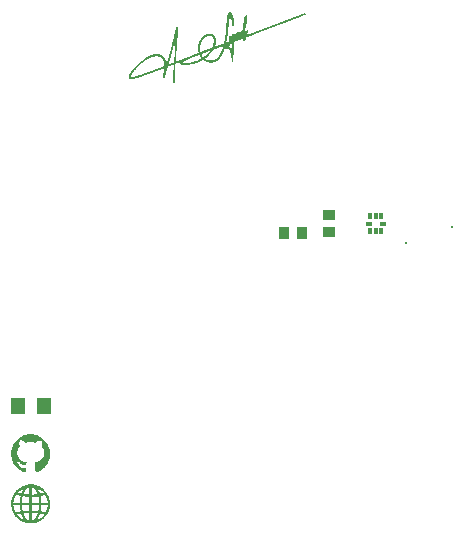
<source format=gts>
G04 Layer: TopSolderMaskLayer*
G04 EasyEDA v6.5.50, 2025-07-23 08:09:46*
G04 fd94b24a4d154d9d8ede188550dba9a9,10c0a84da6c54f53babc60b4471cdfa3,10*
G04 Gerber Generator version 0.2*
G04 Scale: 100 percent, Rotated: No, Reflected: No *
G04 Dimensions in millimeters *
G04 leading zeros omitted , absolute positions ,4 integer and 5 decimal *
%FSLAX45Y45*%
%MOMM*%

%AMMACRO1*4,1,8,-0.5211,-0.6758,-0.5508,-0.646,-0.5508,0.646,-0.5211,0.6758,0.521,0.6758,0.5508,0.646,0.5508,-0.646,0.521,-0.6758,-0.5211,-0.6758,0*%
%AMMACRO2*4,1,8,-0.4711,-0.4508,-0.5008,-0.421,-0.5008,0.4211,-0.4711,0.4508,0.471,0.4508,0.5008,0.4211,0.5008,-0.421,0.471,-0.4508,-0.4711,-0.4508,0*%
%AMMACRO3*4,1,8,-0.4243,-0.4828,-0.454,-0.453,-0.454,0.4531,-0.4243,0.4828,0.4243,0.4828,0.454,0.4531,0.454,-0.453,0.4243,-0.4828,-0.4243,-0.4828,0*%
%AMMACRO4*4,1,8,-0.2211,-0.1608,-0.2508,-0.131,-0.2508,0.1311,-0.2211,0.1608,0.221,0.1608,0.2508,0.1311,0.2508,-0.131,0.221,-0.1608,-0.2211,-0.1608,0*%
%AMMACRO5*4,1,8,-0.1311,-0.2508,-0.1608,-0.221,-0.1608,0.2211,-0.1311,0.2508,0.131,0.2508,0.1608,0.2211,0.1608,-0.221,0.131,-0.2508,-0.1311,-0.2508,0*%
%AMMACRO6*4,1,8,-0.1611,-0.2508,-0.1908,-0.221,-0.1908,0.2211,-0.1611,0.2508,0.161,0.2508,0.1908,0.2211,0.1908,-0.221,0.161,-0.2508,-0.1611,-0.2508,0*%
%ADD10MACRO1*%
%ADD11C,0.3000*%
%ADD12MACRO2*%
%ADD13MACRO3*%
%ADD14MACRO4*%
%ADD15MACRO5*%
%ADD16MACRO6*%
%ADD17C,0.0149*%

%LPD*%
G36*
X2688437Y-4335424D02*
G01*
X2676855Y-4336084D01*
X2665374Y-4337507D01*
X2653995Y-4339793D01*
X2642870Y-4342841D01*
X2631897Y-4346702D01*
X2621280Y-4351274D01*
X2611018Y-4356608D01*
X2601112Y-4362653D01*
X2591663Y-4369358D01*
X2582722Y-4376775D01*
X2574340Y-4384751D01*
X2566517Y-4393285D01*
X2559354Y-4402378D01*
X2552801Y-4411929D01*
X2546959Y-4421936D01*
X2541828Y-4432300D01*
X2537409Y-4443018D01*
X2533802Y-4454042D01*
X2530957Y-4465269D01*
X2528925Y-4476648D01*
X2527706Y-4488180D01*
X2527249Y-4499762D01*
X2527655Y-4511344D01*
X2528874Y-4522825D01*
X2530856Y-4534255D01*
X2533700Y-4545482D01*
X2537256Y-4556506D01*
X2541625Y-4567224D01*
X2546756Y-4577638D01*
X2552547Y-4587646D01*
X2559050Y-4597247D01*
X2566263Y-4606340D01*
X2574036Y-4614926D01*
X2582418Y-4622901D01*
X2591308Y-4630318D01*
X2600756Y-4637024D01*
X2610612Y-4643120D01*
X2620873Y-4648454D01*
X2631490Y-4653076D01*
X2642412Y-4656988D01*
X2647746Y-4656429D01*
X2652115Y-4653229D01*
X2655062Y-4648504D01*
X2656128Y-4643272D01*
X2656128Y-4621174D01*
X2645359Y-4622800D01*
X2635808Y-4622952D01*
X2627426Y-4621885D01*
X2620213Y-4619802D01*
X2614015Y-4617059D01*
X2608884Y-4613808D01*
X2604668Y-4610354D01*
X2601366Y-4607001D01*
X2597200Y-4601362D01*
X2595930Y-4599076D01*
X2593543Y-4592828D01*
X2590342Y-4586986D01*
X2586380Y-4581601D01*
X2584145Y-4579112D01*
X2579166Y-4574692D01*
X2572867Y-4568647D01*
X2573832Y-4565700D01*
X2577642Y-4564837D01*
X2579928Y-4564786D01*
X2582672Y-4565091D01*
X2588056Y-4566462D01*
X2593086Y-4568698D01*
X2597708Y-4571796D01*
X2599791Y-4573574D01*
X2603500Y-4577740D01*
X2608630Y-4585055D01*
X2612694Y-4589119D01*
X2617216Y-4592370D01*
X2622042Y-4594809D01*
X2627020Y-4596587D01*
X2632049Y-4597704D01*
X2636977Y-4598314D01*
X2641701Y-4598466D01*
X2646121Y-4598212D01*
X2650083Y-4597704D01*
X2656128Y-4596028D01*
X2655976Y-4589526D01*
X2656230Y-4586274D01*
X2657602Y-4579975D01*
X2659938Y-4573930D01*
X2652318Y-4572355D01*
X2645105Y-4570526D01*
X2638247Y-4568393D01*
X2631694Y-4565954D01*
X2625598Y-4563211D01*
X2619806Y-4560214D01*
X2614422Y-4556912D01*
X2609392Y-4553356D01*
X2604770Y-4549597D01*
X2600502Y-4545533D01*
X2596642Y-4541215D01*
X2593187Y-4536694D01*
X2590088Y-4531969D01*
X2587396Y-4526991D01*
X2585161Y-4521809D01*
X2583281Y-4516475D01*
X2581808Y-4510887D01*
X2580792Y-4505147D01*
X2580132Y-4499203D01*
X2579928Y-4488891D01*
X2580589Y-4480458D01*
X2582113Y-4472127D01*
X2584551Y-4463999D01*
X2586024Y-4460036D01*
X2589682Y-4452366D01*
X2594051Y-4445152D01*
X2599182Y-4438396D01*
X2602026Y-4435246D01*
X2599385Y-4429404D01*
X2598318Y-4426356D01*
X2596896Y-4420108D01*
X2596337Y-4413707D01*
X2596642Y-4407306D01*
X2597810Y-4401007D01*
X2599791Y-4394962D01*
X2602636Y-4389170D01*
X2604312Y-4386478D01*
X2608224Y-4386630D01*
X2616047Y-4387697D01*
X2619857Y-4388561D01*
X2627325Y-4390948D01*
X2634488Y-4394200D01*
X2641244Y-4398264D01*
X2647442Y-4403090D01*
X2653080Y-4408576D01*
X2663139Y-4405630D01*
X2668219Y-4404512D01*
X2678582Y-4402988D01*
X2688996Y-4402378D01*
X2704642Y-4402531D01*
X2715006Y-4403496D01*
X2725267Y-4405223D01*
X2730347Y-4406392D01*
X2735376Y-4407814D01*
X2738120Y-4405020D01*
X2744114Y-4400042D01*
X2750667Y-4395724D01*
X2754071Y-4393844D01*
X2761234Y-4390745D01*
X2764942Y-4389475D01*
X2772511Y-4387596D01*
X2780233Y-4386630D01*
X2784144Y-4386478D01*
X2787294Y-4392015D01*
X2789682Y-4397908D01*
X2791307Y-4404106D01*
X2792120Y-4410456D01*
X2792069Y-4416806D01*
X2791256Y-4423156D01*
X2789631Y-4429302D01*
X2787192Y-4435246D01*
X2792577Y-4441748D01*
X2797200Y-4448759D01*
X2801112Y-4456226D01*
X2804261Y-4464050D01*
X2806547Y-4472178D01*
X2807970Y-4480509D01*
X2808579Y-4488942D01*
X2808325Y-4499203D01*
X2807665Y-4505147D01*
X2806649Y-4510887D01*
X2805176Y-4516475D01*
X2803296Y-4521809D01*
X2801061Y-4526991D01*
X2798368Y-4531969D01*
X2795270Y-4536694D01*
X2791815Y-4541215D01*
X2787954Y-4545533D01*
X2783687Y-4549597D01*
X2779064Y-4553356D01*
X2774035Y-4556912D01*
X2768650Y-4560214D01*
X2762859Y-4563211D01*
X2756712Y-4565954D01*
X2750210Y-4568393D01*
X2743352Y-4570526D01*
X2736088Y-4572355D01*
X2728518Y-4573930D01*
X2730855Y-4579975D01*
X2731668Y-4583125D01*
X2732481Y-4589526D01*
X2732328Y-4596028D01*
X2732430Y-4644948D01*
X2732735Y-4646676D01*
X2734005Y-4649825D01*
X2735986Y-4652619D01*
X2738628Y-4654804D01*
X2741726Y-4656277D01*
X2745079Y-4656937D01*
X2746806Y-4656988D01*
X2757728Y-4652721D01*
X2768295Y-4647742D01*
X2773476Y-4644999D01*
X2783484Y-4638903D01*
X2793034Y-4632096D01*
X2802077Y-4624679D01*
X2810560Y-4616602D01*
X2818485Y-4607966D01*
X2825750Y-4598822D01*
X2832354Y-4589119D01*
X2838246Y-4579010D01*
X2843428Y-4568494D01*
X2847848Y-4557674D01*
X2851505Y-4546549D01*
X2854350Y-4535170D01*
X2856382Y-4523638D01*
X2857093Y-4517847D01*
X2857855Y-4506163D01*
X2857855Y-4494428D01*
X2856992Y-4482795D01*
X2855315Y-4471162D01*
X2852775Y-4459732D01*
X2851251Y-4454093D01*
X2847543Y-4442968D01*
X2843072Y-4432147D01*
X2837840Y-4421682D01*
X2831896Y-4411624D01*
X2825191Y-4401972D01*
X2817876Y-4392828D01*
X2809951Y-4384243D01*
X2801416Y-4376216D01*
X2792323Y-4368850D01*
X2782722Y-4362094D01*
X2772714Y-4356100D01*
X2762250Y-4350766D01*
X2751480Y-4346244D01*
X2740406Y-4342434D01*
X2729077Y-4339488D01*
X2723337Y-4338269D01*
X2711754Y-4336491D01*
X2700070Y-4335576D01*
G37*
G36*
X2682595Y-4759604D02*
G01*
X2682443Y-4759960D01*
X2671673Y-4760874D01*
X2659430Y-4762855D01*
X2650134Y-4765090D01*
X2641346Y-4767630D01*
X2632913Y-4770628D01*
X2630017Y-4771847D01*
X2629509Y-4771847D01*
X2623159Y-4774742D01*
X2609088Y-4782108D01*
X2600096Y-4787798D01*
X2592273Y-4793437D01*
X2583383Y-4800701D01*
X2578100Y-4805629D01*
X2571699Y-4812080D01*
X2565400Y-4819192D01*
X2558084Y-4828692D01*
X2555217Y-4832807D01*
X2579522Y-4832807D01*
X2579674Y-4832248D01*
X2584500Y-4826711D01*
X2594457Y-4816805D01*
X2598572Y-4813198D01*
X2607665Y-4806086D01*
X2618282Y-4799076D01*
X2624124Y-4795875D01*
X2631998Y-4792014D01*
X2638704Y-4789271D01*
X2638907Y-4789576D01*
X2631338Y-4800396D01*
X2625394Y-4810607D01*
X2617571Y-4827473D01*
X2614168Y-4836718D01*
X2613558Y-4838903D01*
X2612847Y-4840274D01*
X2611374Y-4840173D01*
X2592679Y-4836363D01*
X2579776Y-4833061D01*
X2579522Y-4832807D01*
X2555217Y-4832807D01*
X2548748Y-4843272D01*
X2632710Y-4843272D01*
X2632710Y-4842510D01*
X2634335Y-4838446D01*
X2634335Y-4837938D01*
X2636926Y-4831334D01*
X2641803Y-4821174D01*
X2647188Y-4811420D01*
X2651963Y-4804359D01*
X2657703Y-4797298D01*
X2663190Y-4791760D01*
X2668371Y-4787544D01*
X2673096Y-4784445D01*
X2677464Y-4782210D01*
X2682494Y-4780381D01*
X2682697Y-4781143D01*
X2682595Y-4846320D01*
X2702052Y-4846320D01*
X2702052Y-4780889D01*
X2702306Y-4780381D01*
X2706928Y-4782159D01*
X2707436Y-4782159D01*
X2712516Y-4784902D01*
X2716428Y-4787544D01*
X2719038Y-4789576D01*
X2745892Y-4789576D01*
X2746095Y-4789271D01*
X2750718Y-4791202D01*
X2751074Y-4791202D01*
X2765044Y-4798314D01*
X2775559Y-4805070D01*
X2783636Y-4811115D01*
X2788056Y-4814824D01*
X2793847Y-4820158D01*
X2803245Y-4830114D01*
X2805938Y-4833315D01*
X2805836Y-4833823D01*
X2804922Y-4834280D01*
X2803194Y-4834534D01*
X2789428Y-4837836D01*
X2773324Y-4840833D01*
X2772105Y-4840833D01*
X2771698Y-4840478D01*
X2771698Y-4839817D01*
X2768346Y-4830470D01*
X2767838Y-4829606D01*
X2766415Y-4825644D01*
X2762554Y-4816906D01*
X2757474Y-4807254D01*
X2754325Y-4801920D01*
X2745892Y-4789576D01*
X2719038Y-4789576D01*
X2723438Y-4793437D01*
X2727909Y-4798212D01*
X2732836Y-4804359D01*
X2737561Y-4811420D01*
X2741980Y-4819192D01*
X2748483Y-4832959D01*
X2752394Y-4843170D01*
X2751988Y-4843576D01*
X2749397Y-4843932D01*
X2743758Y-4844237D01*
X2726740Y-4845710D01*
X2702509Y-4846675D01*
X2702052Y-4846320D01*
X2682595Y-4846320D01*
X2682443Y-4846523D01*
X2653690Y-4845202D01*
X2632710Y-4843272D01*
X2548748Y-4843272D01*
X2546045Y-4848047D01*
X2539542Y-4861814D01*
X2539542Y-4862322D01*
X2537764Y-4866589D01*
X2534412Y-4876546D01*
X2532126Y-4884775D01*
X2529890Y-4895596D01*
X2528620Y-4903978D01*
X2527655Y-4914747D01*
X2547112Y-4914747D01*
X2548077Y-4904130D01*
X2548585Y-4901895D01*
X2548585Y-4900828D01*
X2550464Y-4891633D01*
X2551176Y-4888992D01*
X2551125Y-4888484D01*
X2554528Y-4877358D01*
X2558440Y-4867046D01*
X2558897Y-4866436D01*
X2558897Y-4865979D01*
X2564739Y-4854295D01*
X2567584Y-4849774D01*
X2582113Y-4853736D01*
X2599029Y-4857597D01*
X2599842Y-4857597D01*
X2607259Y-4859070D01*
X2607564Y-4859680D01*
X2607483Y-4860137D01*
X2777337Y-4860137D01*
X2777642Y-4859680D01*
X2789224Y-4857648D01*
X2806801Y-4853736D01*
X2817926Y-4850688D01*
X2820416Y-4855108D01*
X2824734Y-4863642D01*
X2828493Y-4872532D01*
X2831033Y-4879492D01*
X2831033Y-4880051D01*
X2833166Y-4886909D01*
X2835452Y-4896713D01*
X2837332Y-4909261D01*
X2837688Y-4914747D01*
X2837230Y-4915001D01*
X2784652Y-4915001D01*
X2784144Y-4914595D01*
X2783179Y-4897120D01*
X2782874Y-4895748D01*
X2782011Y-4886401D01*
X2779776Y-4872075D01*
X2777337Y-4860137D01*
X2607483Y-4860137D01*
X2604871Y-4873040D01*
X2603042Y-4884724D01*
X2602585Y-4889449D01*
X2602280Y-4890770D01*
X2601925Y-4895748D01*
X2601620Y-4897120D01*
X2600617Y-4914595D01*
X2620010Y-4914595D01*
X2620975Y-4898085D01*
X2621280Y-4896713D01*
X2621584Y-4892192D01*
X2621940Y-4890516D01*
X2622245Y-4886502D01*
X2622550Y-4885690D01*
X2622905Y-4882642D01*
X2623362Y-4880610D01*
X2623362Y-4879492D01*
X2626817Y-4862372D01*
X2627172Y-4862118D01*
X2636164Y-4862931D01*
X2637485Y-4863236D01*
X2650236Y-4864252D01*
X2652166Y-4864557D01*
X2659735Y-4864862D01*
X2662682Y-4865217D01*
X2682443Y-4865979D01*
X2682697Y-4866284D01*
X2682646Y-4914950D01*
X2702153Y-4914950D01*
X2702153Y-4866081D01*
X2725674Y-4865217D01*
X2729230Y-4864862D01*
X2735986Y-4864557D01*
X2757982Y-4862626D01*
X2760776Y-4875428D01*
X2760726Y-4876342D01*
X2762859Y-4889652D01*
X2763977Y-4899761D01*
X2764790Y-4914595D01*
X2764434Y-4915001D01*
X2620365Y-4915001D01*
X2620010Y-4914595D01*
X2600617Y-4914595D01*
X2600604Y-4914849D01*
X2599944Y-4915001D01*
X2547315Y-4914900D01*
X2547112Y-4914747D01*
X2527300Y-4914900D01*
X2527300Y-4934508D01*
X2547112Y-4934661D01*
X2547518Y-4934356D01*
X2600248Y-4934356D01*
X2600706Y-4934661D01*
X2620060Y-4934762D01*
X2620365Y-4934356D01*
X2682646Y-4934458D01*
X2682653Y-4982006D01*
X2702052Y-4982006D01*
X2702052Y-4934559D01*
X2702255Y-4934356D01*
X2764434Y-4934356D01*
X2764739Y-4934762D01*
X2763824Y-4950409D01*
X2762351Y-4962245D01*
X2760726Y-4971948D01*
X2760726Y-4972964D01*
X2757982Y-4985766D01*
X2757424Y-4986274D01*
X2733751Y-4983988D01*
X2718663Y-4983073D01*
X2702458Y-4982565D01*
X2702052Y-4982006D01*
X2682646Y-4982057D01*
X2682544Y-4982413D01*
X2664917Y-4982921D01*
X2662174Y-4983226D01*
X2652979Y-4983530D01*
X2637332Y-4984800D01*
X2635656Y-4985156D01*
X2630728Y-4985512D01*
X2627680Y-4985969D01*
X2626766Y-4985766D01*
X2624328Y-4974285D01*
X2623870Y-4970780D01*
X2623566Y-4970018D01*
X2623210Y-4966766D01*
X2622905Y-4966004D01*
X2622550Y-4962702D01*
X2622245Y-4961890D01*
X2620975Y-4950307D01*
X2620060Y-4934762D01*
X2600708Y-4934762D01*
X2600960Y-4941874D01*
X2602585Y-4959858D01*
X2604312Y-4971491D01*
X2607462Y-4988356D01*
X2606717Y-4988864D01*
X2777083Y-4988864D01*
X2779268Y-4978603D01*
X2781249Y-4966614D01*
X2783332Y-4948275D01*
X2784094Y-4934661D01*
X2784551Y-4934356D01*
X2837230Y-4934356D01*
X2837688Y-4934661D01*
X2837332Y-4940401D01*
X2836214Y-4947513D01*
X2836214Y-4948580D01*
X2834589Y-4956606D01*
X2832354Y-4965547D01*
X2830220Y-4972304D01*
X2829915Y-4972659D01*
X2828950Y-4975860D01*
X2826512Y-4981803D01*
X2821178Y-4992979D01*
X2817977Y-4998720D01*
X2800248Y-4993995D01*
X2782316Y-4990134D01*
X2779979Y-4989830D01*
X2777439Y-4989169D01*
X2777083Y-4988864D01*
X2606649Y-4988915D01*
X2594203Y-4991100D01*
X2584754Y-4993081D01*
X2582722Y-4993690D01*
X2582011Y-4993690D01*
X2574442Y-4995621D01*
X2567990Y-4997551D01*
X2566212Y-4997754D01*
X2563063Y-4992014D01*
X2559558Y-4984750D01*
X2556306Y-4976876D01*
X2553512Y-4968798D01*
X2551023Y-4960162D01*
X2548737Y-4949698D01*
X2548382Y-4946294D01*
X2548128Y-4945532D01*
X2547112Y-4934661D01*
X2527658Y-4934661D01*
X2528620Y-4945430D01*
X2530856Y-4958892D01*
X2533091Y-4967986D01*
X2535072Y-4974996D01*
X2537917Y-4983124D01*
X2539542Y-4987036D01*
X2539542Y-4987594D01*
X2546045Y-5001361D01*
X2548551Y-5005781D01*
X2632557Y-5005781D01*
X2632557Y-5004816D01*
X2637383Y-5004511D01*
X2639263Y-5004206D01*
X2644902Y-5003850D01*
X2646883Y-5003546D01*
X2652623Y-5003190D01*
X2654096Y-5002885D01*
X2669336Y-5002225D01*
X2682494Y-5001920D01*
X2682697Y-5002428D01*
X2682697Y-5067503D01*
X2702052Y-5067503D01*
X2702052Y-5002326D01*
X2702458Y-5001920D01*
X2713278Y-5002276D01*
X2716834Y-5002580D01*
X2728163Y-5002885D01*
X2729738Y-5003190D01*
X2750616Y-5005070D01*
X2752242Y-5005578D01*
X2746756Y-5019192D01*
X2741980Y-5029098D01*
X2737205Y-5037378D01*
X2732481Y-5044287D01*
X2726588Y-5051501D01*
X2721102Y-5056936D01*
X2716560Y-5060594D01*
X2744622Y-5060594D01*
X2744622Y-5060289D01*
X2749042Y-5054498D01*
X2755442Y-5044795D01*
X2758490Y-5039258D01*
X2764942Y-5026050D01*
X2767177Y-5020360D01*
X2767838Y-5019192D01*
X2767838Y-5018786D01*
X2771190Y-5009591D01*
X2772054Y-5007914D01*
X2788716Y-5011115D01*
X2803753Y-5014976D01*
X2804515Y-5014976D01*
X2805887Y-5015636D01*
X2805887Y-5015992D01*
X2801975Y-5020665D01*
X2795422Y-5027726D01*
X2785922Y-5036413D01*
X2778252Y-5042509D01*
X2765501Y-5050790D01*
X2755036Y-5056276D01*
X2745232Y-5060594D01*
X2716560Y-5060594D01*
X2712466Y-5063337D01*
X2707640Y-5065877D01*
X2702458Y-5067858D01*
X2702052Y-5067503D01*
X2682697Y-5067503D01*
X2682290Y-5067858D01*
X2676804Y-5065725D01*
X2672334Y-5063337D01*
X2668117Y-5060543D01*
X2662326Y-5055717D01*
X2656992Y-5050231D01*
X2651810Y-5043779D01*
X2647543Y-5037378D01*
X2641955Y-5027422D01*
X2637129Y-5017363D01*
X2636926Y-5016500D01*
X2636266Y-5015280D01*
X2632862Y-5005933D01*
X2632557Y-5005781D01*
X2548551Y-5005781D01*
X2554376Y-5015331D01*
X2578201Y-5015331D01*
X2578557Y-5014518D01*
X2595778Y-5010454D01*
X2612694Y-5007559D01*
X2613050Y-5007965D01*
X2613050Y-5008473D01*
X2618333Y-5022646D01*
X2621635Y-5030063D01*
X2628595Y-5043424D01*
X2636367Y-5055362D01*
X2640177Y-5060289D01*
X2640177Y-5060594D01*
X2639060Y-5060391D01*
X2632354Y-5057495D01*
X2625090Y-5053990D01*
X2618130Y-5050129D01*
X2606548Y-5042509D01*
X2599131Y-5036667D01*
X2590901Y-5029250D01*
X2582722Y-5020614D01*
X2578201Y-5015331D01*
X2554376Y-5015331D01*
X2561539Y-5025390D01*
X2569108Y-5034534D01*
X2574950Y-5040680D01*
X2584297Y-5049469D01*
X2593238Y-5056733D01*
X2598775Y-5060696D01*
X2608478Y-5066893D01*
X2612999Y-5069484D01*
X2623159Y-5074666D01*
X2629509Y-5077561D01*
X2641346Y-5081778D01*
X2648915Y-5084013D01*
X2658211Y-5086248D01*
X2667000Y-5087874D01*
X2676245Y-5088991D01*
X2682443Y-5089448D01*
X2682595Y-5089804D01*
X2702204Y-5089804D01*
X2702306Y-5089448D01*
X2713126Y-5088483D01*
X2726588Y-5086248D01*
X2735834Y-5084013D01*
X2743403Y-5081778D01*
X2754731Y-5077561D01*
X2755290Y-5077561D01*
X2769057Y-5071008D01*
X2775000Y-5067706D01*
X2784703Y-5061610D01*
X2791155Y-5057089D01*
X2799384Y-5050383D01*
X2805023Y-5045354D01*
X2809849Y-5040680D01*
X2815640Y-5034534D01*
X2824022Y-5024272D01*
X2827477Y-5019598D01*
X2834182Y-5009438D01*
X2838704Y-5001361D01*
X2845257Y-4987594D01*
X2849880Y-4974285D01*
X2853893Y-4959096D01*
X2855518Y-4950104D01*
X2856534Y-4942332D01*
X2857144Y-4934610D01*
X2857500Y-4934508D01*
X2857500Y-4914900D01*
X2857144Y-4914747D01*
X2856534Y-4907026D01*
X2854553Y-4893665D01*
X2852318Y-4883505D01*
X2851658Y-4881422D01*
X2851708Y-4881067D01*
X2849270Y-4873193D01*
X2845257Y-4861814D01*
X2838704Y-4848047D01*
X2833014Y-4838192D01*
X2826715Y-4828692D01*
X2823210Y-4824018D01*
X2814370Y-4813452D01*
X2809138Y-4807966D01*
X2802229Y-4801412D01*
X2793085Y-4793843D01*
X2783382Y-4786934D01*
X2775000Y-4781702D01*
X2769057Y-4778349D01*
X2755290Y-4771847D01*
X2754731Y-4771847D01*
X2750515Y-4770069D01*
X2741980Y-4767173D01*
X2734614Y-4765090D01*
X2725928Y-4763008D01*
X2715463Y-4761230D01*
X2706979Y-4760264D01*
X2702306Y-4759960D01*
X2702204Y-4759604D01*
G37*
G36*
X4374337Y-764286D02*
G01*
X4372203Y-765657D01*
X4370171Y-766419D01*
X4368952Y-767283D01*
X4367631Y-768604D01*
X4366818Y-769924D01*
X4366514Y-770890D01*
X4362907Y-775766D01*
X4362145Y-777697D01*
X4361332Y-779119D01*
X4360824Y-781100D01*
X4360519Y-784504D01*
X4359046Y-787958D01*
X4358538Y-792378D01*
X4357827Y-794105D01*
X4356862Y-795578D01*
X4356811Y-808380D01*
X4354880Y-811377D01*
X4354880Y-824179D01*
X4352899Y-827125D01*
X4352899Y-847801D01*
X4350918Y-850798D01*
X4350918Y-877417D01*
X4348937Y-880364D01*
X4348937Y-901039D01*
X4347006Y-903986D01*
X4346956Y-922731D01*
X4345025Y-925677D01*
X4345025Y-940460D01*
X4343044Y-943406D01*
X4343044Y-954278D01*
X4341063Y-957224D01*
X4341063Y-970026D01*
X4339082Y-972972D01*
X4339082Y-983843D01*
X4337151Y-986790D01*
X4337100Y-993698D01*
X4335170Y-996645D01*
X4335170Y-1005484D01*
X4333189Y-1008481D01*
X4333189Y-1015390D01*
X4331766Y-1017676D01*
X4331258Y-1019657D01*
X4331157Y-1022045D01*
X4330649Y-1023924D01*
X4329328Y-1026210D01*
X4328668Y-1027836D01*
X4327804Y-1028242D01*
X4325874Y-1028496D01*
X4324248Y-1029055D01*
X4321810Y-1030325D01*
X4320082Y-1030986D01*
X4318914Y-1031748D01*
X4317441Y-1032306D01*
X4316018Y-1032459D01*
X4314393Y-1032967D01*
X4311954Y-1034237D01*
X4311243Y-1034389D01*
X4308957Y-1035761D01*
X4307128Y-1036269D01*
X4303623Y-1036574D01*
X4300423Y-1037996D01*
X4297476Y-1038555D01*
X4294479Y-1039977D01*
X4291533Y-1040536D01*
X4288840Y-1041908D01*
X4287113Y-1042517D01*
X4284675Y-1043889D01*
X4281728Y-1044498D01*
X4278731Y-1045870D01*
X4275785Y-1046480D01*
X4272838Y-1047851D01*
X4269841Y-1048410D01*
X4266895Y-1049832D01*
X4263948Y-1050391D01*
X4261002Y-1051763D01*
X4258106Y-1052372D01*
X4255008Y-1053795D01*
X4253738Y-1053947D01*
X4252874Y-1053541D01*
X4252468Y-1052677D01*
X4252620Y-1051407D01*
X4254042Y-1048359D01*
X4254652Y-1045413D01*
X4256024Y-1042466D01*
X4256582Y-1039520D01*
X4258056Y-1036319D01*
X4258513Y-1031900D01*
X4259275Y-1030173D01*
X4260240Y-1028649D01*
X4260240Y-1019810D01*
X4262221Y-1016863D01*
X4262221Y-994664D01*
X4260240Y-991717D01*
X4260240Y-982827D01*
X4258868Y-980744D01*
X4258208Y-978865D01*
X4256938Y-976680D01*
X4256379Y-975156D01*
X4256328Y-972819D01*
X4253585Y-969568D01*
X4252518Y-967943D01*
X4252214Y-966978D01*
X4249623Y-963676D01*
X4248607Y-962050D01*
X4248150Y-960882D01*
X4246219Y-958545D01*
X4243374Y-955700D01*
X4241038Y-953820D01*
X4239869Y-953363D01*
X4234992Y-949756D01*
X4233062Y-948994D01*
X4230979Y-947674D01*
X4229100Y-947013D01*
X4227677Y-946200D01*
X4225696Y-945692D01*
X4222292Y-945387D01*
X4220565Y-944676D01*
X4219092Y-943660D01*
X4198924Y-943660D01*
X4196638Y-945083D01*
X4194657Y-945591D01*
X4191254Y-945896D01*
X4188053Y-947318D01*
X4185107Y-947928D01*
X4182414Y-949299D01*
X4180636Y-949858D01*
X4178198Y-951280D01*
X4176674Y-951534D01*
X4175048Y-951534D01*
X4171848Y-954278D01*
X4170222Y-955344D01*
X4169257Y-955649D01*
X4165041Y-958850D01*
X4162348Y-960323D01*
X4157472Y-964488D01*
X4155948Y-965352D01*
X4152900Y-967790D01*
X4146550Y-973836D01*
X4138676Y-982268D01*
X4137812Y-983843D01*
X4132376Y-990600D01*
X4131970Y-991666D01*
X4128363Y-996543D01*
X4127601Y-998474D01*
X4126280Y-1000607D01*
X4125620Y-1002385D01*
X4124350Y-1004519D01*
X4123639Y-1006348D01*
X4122369Y-1008481D01*
X4122216Y-1009243D01*
X4120591Y-1011936D01*
X4120032Y-1013663D01*
X4118610Y-1015847D01*
X4118051Y-1017574D01*
X4116679Y-1020318D01*
X4116070Y-1023264D01*
X4114647Y-1026464D01*
X4114139Y-1030884D01*
X4113428Y-1032611D01*
X4112412Y-1034084D01*
X4112412Y-1040993D01*
X4110482Y-1043940D01*
X4110482Y-1080414D01*
X4128211Y-1080414D01*
X4128211Y-1049375D01*
X4130141Y-1046429D01*
X4130192Y-1039520D01*
X4131513Y-1037336D01*
X4132072Y-1035761D01*
X4132224Y-1034389D01*
X4132732Y-1032814D01*
X4133494Y-1031443D01*
X4134713Y-1026921D01*
X4135475Y-1025499D01*
X4135983Y-1023924D01*
X4136136Y-1022502D01*
X4136694Y-1021029D01*
X4137964Y-1018794D01*
X4138625Y-1017016D01*
X4139742Y-1015390D01*
X4140301Y-1013612D01*
X4141927Y-1010919D01*
X4142587Y-1009142D01*
X4143857Y-1006957D01*
X4144111Y-1006043D01*
X4147769Y-1001115D01*
X4148124Y-1000048D01*
X4149648Y-997966D01*
X4151934Y-995426D01*
X4153611Y-993190D01*
X4154474Y-991565D01*
X4157370Y-988212D01*
X4161434Y-984199D01*
X4164634Y-981506D01*
X4166006Y-980897D01*
X4172712Y-975461D01*
X4173829Y-975055D01*
X4178757Y-971397D01*
X4180738Y-970686D01*
X4181805Y-969873D01*
X4183634Y-969213D01*
X4186326Y-967587D01*
X4188053Y-967028D01*
X4190492Y-965657D01*
X4193489Y-965047D01*
X4194962Y-964387D01*
X4196435Y-963371D01*
X4203344Y-963371D01*
X4206290Y-961440D01*
X4213707Y-961440D01*
X4215841Y-962761D01*
X4217466Y-963320D01*
X4218889Y-963472D01*
X4220362Y-963980D01*
X4222546Y-965250D01*
X4224324Y-965911D01*
X4228084Y-967943D01*
X4230878Y-970280D01*
X4234129Y-973582D01*
X4236262Y-976274D01*
X4238294Y-980135D01*
X4238853Y-981862D01*
X4240276Y-984300D01*
X4240834Y-987247D01*
X4242511Y-990244D01*
X4242511Y-999083D01*
X4244492Y-1002080D01*
X4244492Y-1009446D01*
X4242511Y-1012393D01*
X4242511Y-1023264D01*
X4241088Y-1025550D01*
X4240631Y-1027531D01*
X4240479Y-1029817D01*
X4239971Y-1031798D01*
X4239107Y-1033424D01*
X4238650Y-1035405D01*
X4238498Y-1037844D01*
X4238040Y-1039672D01*
X4236669Y-1041958D01*
X4236008Y-1043838D01*
X4235246Y-1045159D01*
X4234688Y-1046734D01*
X4234535Y-1048156D01*
X4234027Y-1049629D01*
X4232757Y-1051814D01*
X4232605Y-1052576D01*
X4231284Y-1054709D01*
X4230624Y-1056538D01*
X4229404Y-1058621D01*
X4228084Y-1061618D01*
X4227372Y-1062685D01*
X4224426Y-1065225D01*
X4222851Y-1065784D01*
X4221429Y-1065936D01*
X4219803Y-1066495D01*
X4218432Y-1067257D01*
X4216857Y-1067765D01*
X4215485Y-1067917D01*
X4213860Y-1068476D01*
X4212488Y-1069238D01*
X4210913Y-1069746D01*
X4209542Y-1069898D01*
X4207967Y-1070406D01*
X4206595Y-1071168D01*
X4205020Y-1071727D01*
X4203649Y-1071880D01*
X4202074Y-1072388D01*
X4200702Y-1073150D01*
X4196130Y-1074369D01*
X4191914Y-1076350D01*
X4190796Y-1077112D01*
X4189323Y-1077620D01*
X4187901Y-1077772D01*
X4186275Y-1078331D01*
X4184904Y-1079093D01*
X4183329Y-1079601D01*
X4181957Y-1079754D01*
X4180382Y-1080262D01*
X4179011Y-1081024D01*
X4177436Y-1081582D01*
X4176064Y-1081735D01*
X4174439Y-1082243D01*
X4172000Y-1083513D01*
X4170781Y-1083919D01*
X4168394Y-1085291D01*
X4165396Y-1085900D01*
X4162653Y-1087272D01*
X4160926Y-1087831D01*
X4158538Y-1089253D01*
X4155541Y-1089812D01*
X4152595Y-1091184D01*
X4149648Y-1091793D01*
X4146905Y-1093165D01*
X4145178Y-1093774D01*
X4142790Y-1095146D01*
X4139895Y-1095705D01*
X4136694Y-1097076D01*
X4134916Y-1097483D01*
X4133342Y-1097432D01*
X4132630Y-1096924D01*
X4130141Y-1092047D01*
X4130141Y-1083360D01*
X4128211Y-1080414D01*
X4110482Y-1080414D01*
X4110482Y-1087831D01*
X4112412Y-1090777D01*
X4112412Y-1097686D01*
X4113784Y-1099870D01*
X4114292Y-1101750D01*
X4114393Y-1104696D01*
X4112158Y-1106525D01*
X4110532Y-1107186D01*
X4109059Y-1107338D01*
X4107434Y-1107897D01*
X4104995Y-1109167D01*
X4103217Y-1109827D01*
X4102100Y-1110589D01*
X4100626Y-1111148D01*
X4099204Y-1111300D01*
X4097578Y-1111808D01*
X4095140Y-1113078D01*
X4093921Y-1113485D01*
X4091736Y-1114856D01*
X4090009Y-1115466D01*
X4087825Y-1116838D01*
X4086047Y-1117396D01*
X4083735Y-1118768D01*
X4139996Y-1118768D01*
X4140250Y-1117854D01*
X4140860Y-1117346D01*
X4144314Y-1115720D01*
X4146245Y-1115060D01*
X4148378Y-1113790D01*
X4149851Y-1113282D01*
X4152087Y-1112875D01*
X4155033Y-1111504D01*
X4157979Y-1110945D01*
X4160977Y-1109522D01*
X4163923Y-1108964D01*
X4168901Y-1106678D01*
X4171035Y-1105357D01*
X4172864Y-1104696D01*
X4173982Y-1103934D01*
X4178503Y-1102715D01*
X4179874Y-1101953D01*
X4181449Y-1101445D01*
X4182821Y-1101293D01*
X4187393Y-1099464D01*
X4188764Y-1099312D01*
X4190339Y-1098804D01*
X4192778Y-1097483D01*
X4194556Y-1096822D01*
X4195673Y-1096060D01*
X4197146Y-1095502D01*
X4198569Y-1095349D01*
X4200194Y-1094841D01*
X4201617Y-1094028D01*
X4203496Y-1093571D01*
X4205427Y-1093419D01*
X4206595Y-1093063D01*
X4207662Y-1092047D01*
X4208932Y-1092149D01*
X4208780Y-1092606D01*
X4204919Y-1096873D01*
X4202125Y-1100988D01*
X4195013Y-1108608D01*
X4183430Y-1120241D01*
X4175506Y-1127658D01*
X4170426Y-1131417D01*
X4165701Y-1135684D01*
X4162348Y-1137716D01*
X4157319Y-1142034D01*
X4156354Y-1142593D01*
X4155033Y-1142644D01*
X4153763Y-1141882D01*
X4152646Y-1140561D01*
X4151934Y-1139342D01*
X4151629Y-1138377D01*
X4146804Y-1132636D01*
X4145940Y-1131163D01*
X4145635Y-1130198D01*
X4144264Y-1128014D01*
X4143654Y-1126236D01*
X4142282Y-1124051D01*
X4141724Y-1122273D01*
X4140301Y-1119987D01*
X4139996Y-1118768D01*
X4083608Y-1118819D01*
X4080662Y-1119378D01*
X4077665Y-1120800D01*
X4074718Y-1121359D01*
X4069740Y-1123645D01*
X4068572Y-1124407D01*
X4067098Y-1124915D01*
X4065676Y-1125067D01*
X4064101Y-1125626D01*
X4061612Y-1126896D01*
X4060901Y-1127048D01*
X4058818Y-1128369D01*
X4056989Y-1129030D01*
X4054297Y-1130655D01*
X4052570Y-1131214D01*
X4050334Y-1132586D01*
X4048607Y-1133195D01*
X4046169Y-1134567D01*
X4043222Y-1135176D01*
X4040479Y-1136548D01*
X4038752Y-1137107D01*
X4036060Y-1138732D01*
X4034282Y-1139393D01*
X4032605Y-1140510D01*
X4030878Y-1141069D01*
X4028440Y-1142441D01*
X4025442Y-1143050D01*
X4022750Y-1144422D01*
X4020972Y-1145032D01*
X4018584Y-1146403D01*
X4015587Y-1146962D01*
X4012641Y-1148384D01*
X4009694Y-1148943D01*
X4006951Y-1150366D01*
X4005224Y-1150924D01*
X4002836Y-1152296D01*
X3999839Y-1152906D01*
X3996842Y-1154277D01*
X3993896Y-1154887D01*
X3991203Y-1156258D01*
X3989476Y-1156817D01*
X3987749Y-1157935D01*
X3986276Y-1158443D01*
X3984853Y-1158595D01*
X3983278Y-1159103D01*
X3981907Y-1159865D01*
X3980332Y-1160424D01*
X3978910Y-1160576D01*
X3977335Y-1161084D01*
X3975963Y-1161846D01*
X3974388Y-1162405D01*
X3973017Y-1162558D01*
X3971442Y-1163066D01*
X3970070Y-1163828D01*
X3968496Y-1164336D01*
X3967124Y-1164488D01*
X3965549Y-1165047D01*
X3963060Y-1166317D01*
X3962349Y-1166469D01*
X3960164Y-1167790D01*
X3958691Y-1168298D01*
X3957269Y-1168450D01*
X3952697Y-1170279D01*
X3951325Y-1170432D01*
X3949750Y-1170940D01*
X3945534Y-1172921D01*
X3944416Y-1173683D01*
X3942943Y-1174191D01*
X3940708Y-1174597D01*
X3937711Y-1175969D01*
X3934764Y-1176528D01*
X3932072Y-1177950D01*
X3930345Y-1178509D01*
X3927906Y-1179931D01*
X3925011Y-1180439D01*
X3922776Y-1181455D01*
X3921963Y-1181506D01*
X3921201Y-1181201D01*
X3921251Y-1173530D01*
X3923182Y-1170584D01*
X3923182Y-1145946D01*
X3925163Y-1143000D01*
X3925163Y-1114399D01*
X3927144Y-1111453D01*
X3927144Y-1088796D01*
X3929126Y-1085850D01*
X3929126Y-1061212D01*
X3931056Y-1058265D01*
X3931107Y-1035558D01*
X3933037Y-1032611D01*
X3933037Y-1005992D01*
X3935018Y-1003046D01*
X3935018Y-984300D01*
X3937000Y-981354D01*
X3937000Y-960678D01*
X3938981Y-957732D01*
X3938981Y-938987D01*
X3940911Y-936040D01*
X3940962Y-919276D01*
X3942892Y-916330D01*
X3942892Y-893724D01*
X3937660Y-888492D01*
X3928668Y-888492D01*
X3926230Y-890676D01*
X3925315Y-891946D01*
X3925112Y-892860D01*
X3923487Y-895603D01*
X3922928Y-897331D01*
X3921455Y-900328D01*
X3920998Y-904748D01*
X3919524Y-908202D01*
X3919016Y-912621D01*
X3918254Y-914349D01*
X3917289Y-915822D01*
X3917289Y-922731D01*
X3915867Y-925017D01*
X3915359Y-926998D01*
X3915054Y-930351D01*
X3914343Y-932078D01*
X3913327Y-933551D01*
X3913327Y-940460D01*
X3911955Y-942746D01*
X3911447Y-944727D01*
X3911295Y-947064D01*
X3910787Y-949045D01*
X3909415Y-951331D01*
X3909415Y-958189D01*
X3907993Y-960475D01*
X3907485Y-962456D01*
X3907180Y-965860D01*
X3906418Y-967587D01*
X3905453Y-969060D01*
X3905453Y-975969D01*
X3904030Y-978204D01*
X3903573Y-980186D01*
X3903421Y-982522D01*
X3902913Y-984503D01*
X3901744Y-987044D01*
X3901287Y-991463D01*
X3900119Y-994003D01*
X3899611Y-995984D01*
X3899458Y-998321D01*
X3899001Y-1000302D01*
X3898137Y-1001877D01*
X3897629Y-1003858D01*
X3897325Y-1007211D01*
X3895851Y-1010666D01*
X3895547Y-1014069D01*
X3895039Y-1016050D01*
X3894175Y-1017625D01*
X3893718Y-1019606D01*
X3893565Y-1021943D01*
X3893058Y-1023924D01*
X3891889Y-1026464D01*
X3891432Y-1030884D01*
X3890264Y-1033424D01*
X3889756Y-1035405D01*
X3889603Y-1037742D01*
X3889146Y-1039723D01*
X3888282Y-1041298D01*
X3887774Y-1043279D01*
X3887470Y-1046632D01*
X3885996Y-1050086D01*
X3885692Y-1053490D01*
X3885184Y-1055471D01*
X3884320Y-1057046D01*
X3883863Y-1059027D01*
X3883710Y-1061364D01*
X3883202Y-1063345D01*
X3882034Y-1065885D01*
X3881577Y-1070305D01*
X3880408Y-1072845D01*
X3879900Y-1074826D01*
X3879748Y-1077163D01*
X3879291Y-1079144D01*
X3878427Y-1080719D01*
X3877919Y-1082700D01*
X3877614Y-1086104D01*
X3876192Y-1089304D01*
X3875582Y-1092250D01*
X3874160Y-1095451D01*
X3873652Y-1099870D01*
X3872534Y-1102410D01*
X3872026Y-1104392D01*
X3871874Y-1106728D01*
X3871366Y-1108710D01*
X3870553Y-1110284D01*
X3870045Y-1112266D01*
X3869893Y-1114602D01*
X3869436Y-1116584D01*
X3868623Y-1118057D01*
X3868064Y-1119632D01*
X3867912Y-1121003D01*
X3867404Y-1122578D01*
X3866642Y-1123950D01*
X3866134Y-1125575D01*
X3865981Y-1126947D01*
X3865422Y-1128522D01*
X3864051Y-1130655D01*
X3864051Y-1137564D01*
X3862679Y-1139748D01*
X3862171Y-1141323D01*
X3862019Y-1142695D01*
X3861511Y-1144270D01*
X3860749Y-1145641D01*
X3860190Y-1147216D01*
X3860037Y-1148638D01*
X3859529Y-1150213D01*
X3858768Y-1151585D01*
X3858209Y-1153160D01*
X3858056Y-1154531D01*
X3857548Y-1156106D01*
X3856736Y-1157579D01*
X3856228Y-1159560D01*
X3855923Y-1162964D01*
X3854500Y-1166164D01*
X3853942Y-1169111D01*
X3852468Y-1172311D01*
X3852011Y-1176731D01*
X3850538Y-1179931D01*
X3849979Y-1182928D01*
X3848557Y-1186129D01*
X3848252Y-1189482D01*
X3847744Y-1191463D01*
X3846931Y-1192987D01*
X3846423Y-1194562D01*
X3846271Y-1195933D01*
X3845712Y-1197508D01*
X3844950Y-1198880D01*
X3844442Y-1200454D01*
X3844290Y-1201826D01*
X3843477Y-1203858D01*
X3860596Y-1203858D01*
X3860698Y-1202588D01*
X3861866Y-1200048D01*
X3862374Y-1197203D01*
X3863797Y-1194003D01*
X3864305Y-1189583D01*
X3865727Y-1186383D01*
X3866337Y-1183386D01*
X3867759Y-1180185D01*
X3868064Y-1176832D01*
X3868572Y-1174851D01*
X3869385Y-1173327D01*
X3869893Y-1171752D01*
X3870045Y-1170381D01*
X3871366Y-1167333D01*
X3871874Y-1165352D01*
X3872026Y-1163015D01*
X3872534Y-1161034D01*
X3873347Y-1159459D01*
X3873855Y-1157478D01*
X3874008Y-1155141D01*
X3874465Y-1153160D01*
X3875278Y-1151686D01*
X3875836Y-1150112D01*
X3875989Y-1148689D01*
X3876497Y-1147114D01*
X3877310Y-1145641D01*
X3877818Y-1143660D01*
X3878122Y-1140307D01*
X3879545Y-1137107D01*
X3880104Y-1134110D01*
X3881221Y-1131824D01*
X3881729Y-1129893D01*
X3881882Y-1127556D01*
X3882390Y-1125575D01*
X3883507Y-1123035D01*
X3884015Y-1118616D01*
X3885437Y-1115415D01*
X3886047Y-1112418D01*
X3887470Y-1109218D01*
X3887774Y-1105865D01*
X3888282Y-1103884D01*
X3889095Y-1102410D01*
X3889603Y-1100836D01*
X3889756Y-1099413D01*
X3891076Y-1096365D01*
X3891584Y-1094384D01*
X3891737Y-1092047D01*
X3892245Y-1090066D01*
X3893058Y-1088491D01*
X3893565Y-1086510D01*
X3893718Y-1084173D01*
X3894175Y-1082192D01*
X3894988Y-1080719D01*
X3895547Y-1079144D01*
X3895699Y-1077772D01*
X3896207Y-1076198D01*
X3897020Y-1074674D01*
X3897528Y-1072692D01*
X3897833Y-1069340D01*
X3899306Y-1065885D01*
X3899814Y-1061466D01*
X3901287Y-1058011D01*
X3901744Y-1053541D01*
X3903218Y-1050340D01*
X3903776Y-1047394D01*
X3905199Y-1044194D01*
X3905504Y-1040790D01*
X3906012Y-1038860D01*
X3906875Y-1037234D01*
X3907383Y-1035253D01*
X3907688Y-1031900D01*
X3909161Y-1028446D01*
X3909669Y-1023975D01*
X3911142Y-1020521D01*
X3911600Y-1016101D01*
X3913073Y-1012901D01*
X3913632Y-1009954D01*
X3915054Y-1006754D01*
X3915359Y-1003350D01*
X3915867Y-1001369D01*
X3916730Y-999794D01*
X3917238Y-997813D01*
X3917543Y-994410D01*
X3919016Y-991006D01*
X3919575Y-985824D01*
X3920083Y-985113D01*
X3920439Y-985113D01*
X3920794Y-985519D01*
X3921048Y-986485D01*
X3921201Y-995680D01*
X3919270Y-998626D01*
X3919270Y-1027176D01*
X3917289Y-1030173D01*
X3917289Y-1054811D01*
X3915308Y-1057757D01*
X3915308Y-1080414D01*
X3913327Y-1083360D01*
X3913327Y-1106017D01*
X3911396Y-1109014D01*
X3911346Y-1137564D01*
X3909415Y-1140510D01*
X3909415Y-1163218D01*
X3907434Y-1166164D01*
X3907434Y-1186891D01*
X3906469Y-1187704D01*
X3905351Y-1188059D01*
X3904030Y-1188161D01*
X3902456Y-1188669D01*
X3901084Y-1189431D01*
X3899509Y-1189990D01*
X3898137Y-1190142D01*
X3896563Y-1190650D01*
X3894074Y-1191920D01*
X3892854Y-1192326D01*
X3890467Y-1193698D01*
X3886708Y-1194612D01*
X3884218Y-1195882D01*
X3883507Y-1196035D01*
X3881323Y-1197356D01*
X3879850Y-1197864D01*
X3878427Y-1198016D01*
X3873855Y-1199845D01*
X3872484Y-1199997D01*
X3870909Y-1200505D01*
X3866692Y-1202486D01*
X3865473Y-1203299D01*
X3863797Y-1203807D01*
X3843477Y-1203858D01*
X3842816Y-1205585D01*
X3842359Y-1208024D01*
X3842156Y-1211021D01*
X3840683Y-1211021D01*
X3840175Y-1191310D01*
X3838448Y-1188872D01*
X3838448Y-1181912D01*
X3837025Y-1179626D01*
X3836517Y-1177645D01*
X3836415Y-1175359D01*
X3835908Y-1173378D01*
X3835095Y-1171854D01*
X3834587Y-1170279D01*
X3834434Y-1168908D01*
X3833876Y-1167333D01*
X3833114Y-1165961D01*
X3832606Y-1164386D01*
X3832453Y-1163015D01*
X3831945Y-1161440D01*
X3830828Y-1159510D01*
X3830269Y-1157782D01*
X3828897Y-1155598D01*
X3827983Y-1153515D01*
X3825240Y-1150061D01*
X3823919Y-1147724D01*
X3818839Y-1142187D01*
X3811422Y-1134770D01*
X3805936Y-1129690D01*
X3804869Y-1128928D01*
X3803954Y-1128674D01*
X3801211Y-1127048D01*
X3799433Y-1126388D01*
X3797350Y-1125067D01*
X3795471Y-1124407D01*
X3794150Y-1123645D01*
X3789629Y-1122426D01*
X3788105Y-1121613D01*
X3786124Y-1121156D01*
X3783787Y-1121003D01*
X3781856Y-1120495D01*
X3779570Y-1119124D01*
X3768699Y-1119073D01*
X3766464Y-1117701D01*
X3764584Y-1117193D01*
X3762501Y-1117193D01*
X3760622Y-1117701D01*
X3758387Y-1119073D01*
X3741623Y-1119124D01*
X3738676Y-1121054D01*
X3731768Y-1121054D01*
X3729482Y-1122476D01*
X3727500Y-1122984D01*
X3724097Y-1123289D01*
X3720896Y-1124712D01*
X3717950Y-1125321D01*
X3715004Y-1126693D01*
X3712057Y-1127252D01*
X3709111Y-1128674D01*
X3706114Y-1129233D01*
X3703421Y-1130604D01*
X3701694Y-1131214D01*
X3699510Y-1132586D01*
X3697732Y-1133195D01*
X3695547Y-1134567D01*
X3693820Y-1135176D01*
X3691636Y-1136548D01*
X3689858Y-1137107D01*
X3687673Y-1138529D01*
X3685946Y-1139088D01*
X3683254Y-1140714D01*
X3681425Y-1141374D01*
X3679291Y-1142695D01*
X3678428Y-1142898D01*
X3673551Y-1146556D01*
X3672687Y-1146759D01*
X3669944Y-1148384D01*
X3667912Y-1149248D01*
X3664407Y-1152042D01*
X3662019Y-1153160D01*
X3657752Y-1156411D01*
X3656787Y-1156716D01*
X3655212Y-1157732D01*
X3653434Y-1159306D01*
X3651859Y-1160322D01*
X3650792Y-1160729D01*
X3644087Y-1166164D01*
X3642918Y-1166622D01*
X3636213Y-1172108D01*
X3635044Y-1172565D01*
X3628288Y-1178001D01*
X3626916Y-1178712D01*
X3614775Y-1189634D01*
X3613912Y-1190040D01*
X3608070Y-1195222D01*
X3593642Y-1209395D01*
X3579469Y-1223822D01*
X3575659Y-1227937D01*
X3573830Y-1230579D01*
X3570224Y-1234694D01*
X3564737Y-1240383D01*
X3561079Y-1244549D01*
X3560216Y-1246124D01*
X3553815Y-1253490D01*
X3551783Y-1256842D01*
X3547567Y-1261668D01*
X3545840Y-1264716D01*
X3541674Y-1269542D01*
X3539947Y-1272590D01*
X3535781Y-1277416D01*
X3534918Y-1278839D01*
X3534613Y-1279753D01*
X3532987Y-1282496D01*
X3532784Y-1283360D01*
X3529126Y-1288288D01*
X3528364Y-1290167D01*
X3527094Y-1292250D01*
X3526942Y-1293012D01*
X3525621Y-1295450D01*
X3525113Y-1297025D01*
X3524961Y-1298397D01*
X3524453Y-1299972D01*
X3523081Y-1302156D01*
X3523081Y-1309319D01*
X3538829Y-1309319D01*
X3539134Y-1307642D01*
X3540506Y-1304594D01*
X3541115Y-1301648D01*
X3542487Y-1299210D01*
X3543046Y-1297432D01*
X3544468Y-1295247D01*
X3545332Y-1293114D01*
X3548126Y-1289659D01*
X3548989Y-1287627D01*
X3550361Y-1285392D01*
X3551224Y-1283258D01*
X3554018Y-1279753D01*
X3555492Y-1277010D01*
X3559657Y-1272184D01*
X3561079Y-1269492D01*
X3563264Y-1266799D01*
X3564788Y-1264056D01*
X3566871Y-1261465D01*
X3569919Y-1258163D01*
X3572052Y-1255522D01*
X3572865Y-1253947D01*
X3576472Y-1249781D01*
X3581857Y-1244244D01*
X3585667Y-1239875D01*
X3587445Y-1237335D01*
X3594811Y-1229461D01*
X3606495Y-1217828D01*
X3614115Y-1210716D01*
X3616350Y-1209294D01*
X3620312Y-1205839D01*
X3625799Y-1200505D01*
X3629964Y-1196797D01*
X3631793Y-1195730D01*
X3634587Y-1193495D01*
X3639312Y-1189228D01*
X3642614Y-1187196D01*
X3647490Y-1183030D01*
X3650234Y-1181608D01*
X3653739Y-1178814D01*
X3656431Y-1177340D01*
X3661308Y-1173175D01*
X3664000Y-1171752D01*
X3668217Y-1168552D01*
X3670198Y-1167790D01*
X3671874Y-1166672D01*
X3673906Y-1165809D01*
X3677361Y-1163015D01*
X3679494Y-1162151D01*
X3681729Y-1160780D01*
X3683457Y-1160221D01*
X3686149Y-1158595D01*
X3687978Y-1157935D01*
X3689604Y-1156817D01*
X3691331Y-1156258D01*
X3693566Y-1154887D01*
X3695293Y-1154277D01*
X3697732Y-1152906D01*
X3699256Y-1152601D01*
X3700881Y-1152601D01*
X3705453Y-1148638D01*
X3707739Y-1148588D01*
X3709365Y-1148080D01*
X3711295Y-1146962D01*
X3713073Y-1146403D01*
X3715461Y-1145032D01*
X3718458Y-1144422D01*
X3721658Y-1143000D01*
X3726078Y-1142492D01*
X3729278Y-1141069D01*
X3732225Y-1140510D01*
X3735222Y-1138834D01*
X3746042Y-1138783D01*
X3748989Y-1136853D01*
X3772154Y-1136853D01*
X3774440Y-1138224D01*
X3776421Y-1138732D01*
X3778758Y-1138885D01*
X3780739Y-1139342D01*
X3782212Y-1140155D01*
X3783837Y-1140714D01*
X3785209Y-1140866D01*
X3786733Y-1141374D01*
X3788918Y-1142695D01*
X3790746Y-1143355D01*
X3792931Y-1144625D01*
X3793896Y-1144930D01*
X3799687Y-1149756D01*
X3802227Y-1151077D01*
X3803497Y-1152093D01*
X3804513Y-1153363D01*
X3805783Y-1155903D01*
X3810000Y-1160729D01*
X3810863Y-1162202D01*
X3811117Y-1163167D01*
X3812743Y-1165910D01*
X3813403Y-1167688D01*
X3814165Y-1168857D01*
X3814724Y-1170330D01*
X3814876Y-1171752D01*
X3815384Y-1173327D01*
X3816654Y-1175816D01*
X3817061Y-1177036D01*
X3818737Y-1179372D01*
X3818737Y-1186383D01*
X3820160Y-1188618D01*
X3820617Y-1190599D01*
X3820769Y-1192936D01*
X3821277Y-1194917D01*
X3822649Y-1197203D01*
X3822649Y-1219149D01*
X3815994Y-1221892D01*
X3813606Y-1223264D01*
X3809796Y-1224178D01*
X3805580Y-1226159D01*
X3804462Y-1226921D01*
X3802989Y-1227429D01*
X3801567Y-1227582D01*
X3799941Y-1228090D01*
X3798570Y-1228852D01*
X3796995Y-1229410D01*
X3795623Y-1229563D01*
X3794048Y-1230071D01*
X3789832Y-1232052D01*
X3788714Y-1232814D01*
X3784193Y-1234033D01*
X3781755Y-1235303D01*
X3780993Y-1235456D01*
X3778097Y-1237081D01*
X3775151Y-1237640D01*
X3772154Y-1239062D01*
X3769207Y-1239621D01*
X3766515Y-1240993D01*
X3764737Y-1241602D01*
X3762349Y-1242974D01*
X3758590Y-1243888D01*
X3756101Y-1245158D01*
X3755390Y-1245311D01*
X3753205Y-1246632D01*
X3751732Y-1247140D01*
X3750310Y-1247292D01*
X3748735Y-1247800D01*
X3746804Y-1248918D01*
X3745026Y-1249476D01*
X3742639Y-1250848D01*
X3739642Y-1251458D01*
X3736898Y-1252829D01*
X3735171Y-1253439D01*
X3732784Y-1254810D01*
X3729786Y-1255420D01*
X3726840Y-1256792D01*
X3723894Y-1257350D01*
X3720642Y-1258976D01*
X3718864Y-1259636D01*
X3717747Y-1260398D01*
X3716223Y-1260957D01*
X3714851Y-1261110D01*
X3713226Y-1261618D01*
X3711854Y-1262380D01*
X3707333Y-1263599D01*
X3705910Y-1264361D01*
X3704336Y-1264869D01*
X3702964Y-1265021D01*
X3701389Y-1265580D01*
X3700018Y-1266342D01*
X3698443Y-1266850D01*
X3697071Y-1267002D01*
X3695496Y-1267510D01*
X3694125Y-1268272D01*
X3692550Y-1268831D01*
X3691128Y-1268984D01*
X3689553Y-1269492D01*
X3687114Y-1270812D01*
X3685387Y-1271473D01*
X3684219Y-1272235D01*
X3682746Y-1272743D01*
X3680510Y-1273149D01*
X3677564Y-1274521D01*
X3674618Y-1275080D01*
X3671620Y-1276502D01*
X3668674Y-1277061D01*
X3663696Y-1279347D01*
X3662527Y-1280109D01*
X3661054Y-1280668D01*
X3659632Y-1280820D01*
X3658057Y-1281328D01*
X3656634Y-1282090D01*
X3652113Y-1283309D01*
X3650742Y-1284071D01*
X3649167Y-1284579D01*
X3647795Y-1284732D01*
X3646220Y-1285290D01*
X3644747Y-1286103D01*
X3642766Y-1286560D01*
X3640429Y-1286713D01*
X3638448Y-1287221D01*
X3636416Y-1288338D01*
X3634638Y-1288897D01*
X3632250Y-1290269D01*
X3629253Y-1290878D01*
X3626307Y-1292250D01*
X3623360Y-1292860D01*
X3620160Y-1294282D01*
X3615690Y-1294790D01*
X3612489Y-1296212D01*
X3609543Y-1296771D01*
X3606596Y-1298194D01*
X3603650Y-1298752D01*
X3600704Y-1300124D01*
X3597706Y-1300734D01*
X3594506Y-1302156D01*
X3591153Y-1302461D01*
X3589172Y-1302969D01*
X3587648Y-1303782D01*
X3586073Y-1304290D01*
X3584701Y-1304442D01*
X3583127Y-1305001D01*
X3581755Y-1305763D01*
X3580180Y-1306271D01*
X3578809Y-1306423D01*
X3577234Y-1306931D01*
X3575050Y-1308303D01*
X3568141Y-1308354D01*
X3565194Y-1310284D01*
X3558286Y-1310284D01*
X3555339Y-1312265D01*
X3544214Y-1312214D01*
X3540150Y-1311960D01*
X3539439Y-1311656D01*
X3539032Y-1310741D01*
X3538829Y-1309319D01*
X3523081Y-1309319D01*
X3523081Y-1320698D01*
X3526637Y-1324406D01*
X3528466Y-1325829D01*
X3530549Y-1326642D01*
X3532632Y-1327962D01*
X3534511Y-1328623D01*
X3536645Y-1329994D01*
X3554831Y-1329994D01*
X3557828Y-1328013D01*
X3564686Y-1328013D01*
X3566972Y-1326642D01*
X3568954Y-1326134D01*
X3571290Y-1325981D01*
X3573272Y-1325524D01*
X3574745Y-1324711D01*
X3576320Y-1324152D01*
X3577691Y-1324000D01*
X3579317Y-1323492D01*
X3580790Y-1322679D01*
X3582771Y-1322171D01*
X3586124Y-1321866D01*
X3589324Y-1320444D01*
X3592322Y-1319834D01*
X3595268Y-1318463D01*
X3598214Y-1317904D01*
X3600500Y-1316786D01*
X3602482Y-1316278D01*
X3604818Y-1316126D01*
X3606800Y-1315669D01*
X3608273Y-1314856D01*
X3609848Y-1314297D01*
X3611219Y-1314145D01*
X3612794Y-1313637D01*
X3614165Y-1312875D01*
X3617925Y-1311960D01*
X3620871Y-1310589D01*
X3623818Y-1309979D01*
X3626815Y-1308608D01*
X3629761Y-1308049D01*
X3632454Y-1306626D01*
X3634181Y-1306068D01*
X3636518Y-1304391D01*
X3643528Y-1304391D01*
X3646779Y-1302512D01*
X3648557Y-1301800D01*
X3649675Y-1301038D01*
X3651199Y-1300530D01*
X3652570Y-1300378D01*
X3654196Y-1299819D01*
X3655568Y-1299057D01*
X3657142Y-1298549D01*
X3658514Y-1298397D01*
X3664305Y-1295908D01*
X3665575Y-1295044D01*
X3667404Y-1294587D01*
X3669842Y-1294434D01*
X3671824Y-1293977D01*
X3676142Y-1291945D01*
X3677310Y-1291183D01*
X3678783Y-1290675D01*
X3680155Y-1290523D01*
X3681780Y-1289964D01*
X3684270Y-1288694D01*
X3684981Y-1288542D01*
X3687876Y-1286916D01*
X3690823Y-1286357D01*
X3693820Y-1284935D01*
X3696766Y-1284376D01*
X3701745Y-1282090D01*
X3702913Y-1281328D01*
X3704386Y-1280820D01*
X3705809Y-1280668D01*
X3710381Y-1278839D01*
X3711752Y-1278686D01*
X3713327Y-1278128D01*
X3714699Y-1277366D01*
X3716274Y-1276858D01*
X3717645Y-1276705D01*
X3722217Y-1274876D01*
X3723589Y-1274724D01*
X3725164Y-1274216D01*
X3727602Y-1272946D01*
X3728821Y-1272540D01*
X3731463Y-1271117D01*
X3735933Y-1270609D01*
X3738930Y-1269187D01*
X3740658Y-1268628D01*
X3742842Y-1267206D01*
X3744569Y-1266647D01*
X3747008Y-1265224D01*
X3749954Y-1264666D01*
X3752951Y-1263294D01*
X3756710Y-1262380D01*
X3759149Y-1261110D01*
X3759860Y-1260957D01*
X3762044Y-1259636D01*
X3763518Y-1259128D01*
X3764940Y-1258976D01*
X3766565Y-1258417D01*
X3767937Y-1257655D01*
X3769512Y-1257147D01*
X3770884Y-1256995D01*
X3772458Y-1256487D01*
X3782466Y-1251458D01*
X3785463Y-1250848D01*
X3788410Y-1249476D01*
X3791356Y-1248918D01*
X3794099Y-1247495D01*
X3795826Y-1246936D01*
X3798265Y-1245514D01*
X3801211Y-1244955D01*
X3803954Y-1243584D01*
X3805682Y-1242974D01*
X3808120Y-1241602D01*
X3811066Y-1240993D01*
X3814013Y-1239621D01*
X3816959Y-1239012D01*
X3820058Y-1237640D01*
X3821328Y-1237437D01*
X3822446Y-1237589D01*
X3822700Y-1249781D01*
X3820718Y-1252982D01*
X3820718Y-1265682D01*
X3818737Y-1268679D01*
X3818737Y-1277518D01*
X3816756Y-1280464D01*
X3816756Y-1289354D01*
X3815384Y-1291539D01*
X3814876Y-1293114D01*
X3814724Y-1294485D01*
X3814165Y-1296060D01*
X3813403Y-1297432D01*
X3812895Y-1299057D01*
X3812743Y-1300429D01*
X3812235Y-1301953D01*
X3810914Y-1304086D01*
X3810254Y-1305966D01*
X3809441Y-1307388D01*
X3808933Y-1309268D01*
X3808933Y-1311300D01*
X3809441Y-1313230D01*
X3810762Y-1315821D01*
X3810965Y-1316736D01*
X3811930Y-1317955D01*
X3814318Y-1320139D01*
X3823309Y-1320139D01*
X3828592Y-1314856D01*
X3828643Y-1312418D01*
X3829202Y-1310741D01*
X3829964Y-1309370D01*
X3830472Y-1307795D01*
X3830624Y-1306423D01*
X3831945Y-1303324D01*
X3832453Y-1301343D01*
X3832606Y-1299006D01*
X3833063Y-1297025D01*
X3833876Y-1295552D01*
X3834434Y-1293977D01*
X3834587Y-1292606D01*
X3835095Y-1291031D01*
X3835857Y-1289659D01*
X3836415Y-1288084D01*
X3836568Y-1286713D01*
X3837076Y-1285087D01*
X3837889Y-1283614D01*
X3838397Y-1281633D01*
X3838701Y-1278280D01*
X3840124Y-1275080D01*
X3840683Y-1272082D01*
X3842156Y-1268882D01*
X3842613Y-1264462D01*
X3844086Y-1261008D01*
X3844594Y-1256588D01*
X3846017Y-1253388D01*
X3846626Y-1250442D01*
X3847998Y-1247444D01*
X3848608Y-1244498D01*
X3850030Y-1241298D01*
X3850538Y-1236878D01*
X3851960Y-1233678D01*
X3852519Y-1230731D01*
X3853942Y-1227734D01*
X3854399Y-1224991D01*
X3854805Y-1224178D01*
X3855415Y-1223721D01*
X3856939Y-1223264D01*
X3859377Y-1221892D01*
X3863136Y-1220978D01*
X3865575Y-1219708D01*
X3866337Y-1219555D01*
X3868470Y-1218234D01*
X3869944Y-1217726D01*
X3871366Y-1217574D01*
X3872992Y-1217066D01*
X3875430Y-1215745D01*
X3877208Y-1215085D01*
X3878326Y-1214323D01*
X3879799Y-1213764D01*
X3881221Y-1213612D01*
X3882847Y-1213104D01*
X3884218Y-1212342D01*
X3885793Y-1211834D01*
X3887165Y-1211681D01*
X3888740Y-1211122D01*
X3890111Y-1210360D01*
X3891686Y-1209852D01*
X3893108Y-1209700D01*
X3894683Y-1209141D01*
X3897122Y-1207871D01*
X3898849Y-1207211D01*
X3900525Y-1206093D01*
X3902201Y-1205585D01*
X3903472Y-1204722D01*
X3904335Y-1204468D01*
X3905453Y-1204823D01*
X3905453Y-1222349D01*
X3903472Y-1225296D01*
X3903472Y-1247952D01*
X3901541Y-1250899D01*
X3901490Y-1277518D01*
X3899560Y-1280464D01*
X3899560Y-1305102D01*
X3897579Y-1308049D01*
X3897579Y-1330756D01*
X3895598Y-1333703D01*
X3895598Y-1359916D01*
X3897934Y-1363218D01*
X3900881Y-1363472D01*
X3906062Y-1363472D01*
X3909009Y-1363218D01*
X3909415Y-1362964D01*
X3909669Y-1362202D01*
X3910837Y-1360474D01*
X3911295Y-1358646D01*
X3911447Y-1356207D01*
X3911904Y-1354226D01*
X3913327Y-1351940D01*
X3913327Y-1315466D01*
X3915308Y-1312519D01*
X3915308Y-1276045D01*
X3917289Y-1273098D01*
X3917289Y-1240586D01*
X3919270Y-1237589D01*
X3919270Y-1205077D01*
X3920642Y-1202893D01*
X3921150Y-1201318D01*
X3921251Y-1199997D01*
X3921607Y-1198880D01*
X3922420Y-1198118D01*
X3923944Y-1197660D01*
X3926586Y-1196187D01*
X3931056Y-1195730D01*
X3935780Y-1193698D01*
X3938219Y-1192326D01*
X3941978Y-1191412D01*
X3943350Y-1190650D01*
X3944924Y-1190142D01*
X3946296Y-1189990D01*
X3947871Y-1189431D01*
X3950411Y-1188161D01*
X3951986Y-1187653D01*
X3952951Y-1186840D01*
X3953814Y-1186586D01*
X3954729Y-1186586D01*
X3954729Y-1189075D01*
X3980383Y-1189075D01*
X3980738Y-1188618D01*
X3983278Y-1187500D01*
X3986885Y-1184706D01*
X3989273Y-1183589D01*
X3992778Y-1180795D01*
X3994861Y-1179931D01*
X3997604Y-1178306D01*
X3998468Y-1178052D01*
X4003344Y-1174445D01*
X4005275Y-1173683D01*
X4007459Y-1172413D01*
X4008221Y-1172260D01*
X4010355Y-1170940D01*
X4012133Y-1170279D01*
X4014266Y-1168958D01*
X4016095Y-1168298D01*
X4018787Y-1166672D01*
X4020515Y-1166114D01*
X4022699Y-1164742D01*
X4024782Y-1163878D01*
X4028643Y-1160475D01*
X4032046Y-1160475D01*
X4035247Y-1157732D01*
X4036872Y-1156716D01*
X4038803Y-1155954D01*
X4040936Y-1154633D01*
X4042765Y-1153972D01*
X4043934Y-1153210D01*
X4048404Y-1151991D01*
X4049776Y-1151229D01*
X4051350Y-1150721D01*
X4052773Y-1150569D01*
X4054348Y-1150010D01*
X4056786Y-1148740D01*
X4058513Y-1148080D01*
X4059682Y-1147318D01*
X4061155Y-1146759D01*
X4062577Y-1146606D01*
X4067149Y-1144778D01*
X4068521Y-1144625D01*
X4070096Y-1144117D01*
X4072534Y-1142847D01*
X4073296Y-1142695D01*
X4075429Y-1141374D01*
X4076954Y-1140866D01*
X4078325Y-1140714D01*
X4079951Y-1140155D01*
X4082389Y-1138885D01*
X4084167Y-1138224D01*
X4085285Y-1137462D01*
X4086809Y-1136904D01*
X4088180Y-1136751D01*
X4089806Y-1136243D01*
X4091178Y-1135481D01*
X4092752Y-1134922D01*
X4094124Y-1134770D01*
X4095699Y-1134262D01*
X4098188Y-1132992D01*
X4098899Y-1132840D01*
X4101084Y-1131519D01*
X4102557Y-1131011D01*
X4103979Y-1130858D01*
X4108551Y-1129030D01*
X4109923Y-1128877D01*
X4111498Y-1128369D01*
X4113936Y-1127048D01*
X4115714Y-1126388D01*
X4116933Y-1125575D01*
X4118610Y-1125067D01*
X4121759Y-1125016D01*
X4122318Y-1126998D01*
X4123690Y-1129385D01*
X4124350Y-1131163D01*
X4125620Y-1133297D01*
X4126382Y-1135227D01*
X4129989Y-1140104D01*
X4130294Y-1141069D01*
X4133951Y-1146048D01*
X4134256Y-1147064D01*
X4135323Y-1148588D01*
X4136948Y-1150315D01*
X4137914Y-1151940D01*
X4137964Y-1153312D01*
X4137237Y-1154582D01*
X4169562Y-1154582D01*
X4169968Y-1153210D01*
X4171086Y-1151890D01*
X4172407Y-1151026D01*
X4173423Y-1150620D01*
X4175455Y-1149197D01*
X4183024Y-1142238D01*
X4187240Y-1139342D01*
X4194860Y-1132382D01*
X4196943Y-1130909D01*
X4198061Y-1130452D01*
X4199483Y-1129334D01*
X4200652Y-1127963D01*
X4201769Y-1125728D01*
X4206798Y-1120140D01*
X4214825Y-1111961D01*
X4220057Y-1106220D01*
X4222648Y-1102410D01*
X4226509Y-1097788D01*
X4226966Y-1096619D01*
X4232402Y-1089914D01*
X4232808Y-1088847D01*
X4236466Y-1083919D01*
X4236720Y-1082954D01*
X4237482Y-1081735D01*
X4238650Y-1080566D01*
X4239869Y-1079804D01*
X4241850Y-1079093D01*
X4242968Y-1078331D01*
X4244492Y-1077772D01*
X4245864Y-1077620D01*
X4247489Y-1077112D01*
X4248861Y-1076350D01*
X4250436Y-1075791D01*
X4251807Y-1075639D01*
X4253382Y-1075131D01*
X4255871Y-1073861D01*
X4256582Y-1073708D01*
X4258767Y-1072388D01*
X4260240Y-1071880D01*
X4261662Y-1071727D01*
X4267454Y-1069238D01*
X4268622Y-1068476D01*
X4270095Y-1067917D01*
X4271518Y-1067765D01*
X4276090Y-1065936D01*
X4277461Y-1065784D01*
X4279036Y-1065276D01*
X4280408Y-1064514D01*
X4284929Y-1063294D01*
X4287418Y-1062024D01*
X4288129Y-1061872D01*
X4291025Y-1060246D01*
X4293971Y-1059688D01*
X4296968Y-1058265D01*
X4299915Y-1057706D01*
X4304893Y-1055420D01*
X4306062Y-1054658D01*
X4307535Y-1054150D01*
X4309770Y-1053744D01*
X4312716Y-1052372D01*
X4315714Y-1051763D01*
X4318457Y-1050391D01*
X4320184Y-1049883D01*
X4321556Y-1048867D01*
X4322419Y-1048613D01*
X4323334Y-1048613D01*
X4323232Y-1051712D01*
X4322902Y-1053084D01*
X4341571Y-1053084D01*
X4341723Y-1052372D01*
X4342130Y-1051966D01*
X4342587Y-1051001D01*
X4343298Y-1046226D01*
X4344009Y-1043940D01*
X4345635Y-1040485D01*
X4347413Y-1039977D01*
X4349953Y-1038555D01*
X4351680Y-1037996D01*
X4354118Y-1036574D01*
X4357065Y-1036015D01*
X4360773Y-1034338D01*
X4363008Y-1035303D01*
X4346752Y-1051610D01*
X4344212Y-1052322D01*
X4343095Y-1052982D01*
X4342282Y-1053998D01*
X4341876Y-1053998D01*
X4341571Y-1053084D01*
X4322902Y-1053084D01*
X4321752Y-1055522D01*
X4368647Y-1055522D01*
X4368647Y-1052779D01*
X4375505Y-1045921D01*
X4378147Y-1042822D01*
X4378756Y-1041450D01*
X4380331Y-1039317D01*
X4382617Y-1036828D01*
X4384192Y-1034694D01*
X4384649Y-1033576D01*
X4386224Y-1031443D01*
X4389475Y-1027785D01*
X4390745Y-1025245D01*
X4391761Y-1023975D01*
X4393031Y-1022959D01*
X4395012Y-1022197D01*
X4397248Y-1020826D01*
X4399026Y-1020318D01*
X4400397Y-1019302D01*
X4401159Y-1019149D01*
X4401769Y-1019759D01*
X4402074Y-1021181D01*
X4401921Y-1022959D01*
X4401210Y-1024686D01*
X4400194Y-1026312D01*
X4400194Y-1082395D01*
X4398975Y-1084376D01*
X4397654Y-1091082D01*
X4397400Y-1091387D01*
X4396841Y-1091082D01*
X4395927Y-1088847D01*
X4394555Y-1086561D01*
X4393996Y-1084834D01*
X4392625Y-1082649D01*
X4392015Y-1080922D01*
X4390644Y-1078738D01*
X4390034Y-1076960D01*
X4388662Y-1074775D01*
X4387799Y-1072743D01*
X4385005Y-1069238D01*
X4383989Y-1066952D01*
X4382871Y-1065530D01*
X4381500Y-1064361D01*
X4379772Y-1063752D01*
X4379112Y-1063294D01*
X4378553Y-1062329D01*
X4378401Y-1061567D01*
X4377537Y-1060297D01*
X4376267Y-1058976D01*
X4374997Y-1058113D01*
X4373067Y-1057452D01*
X4370628Y-1056030D01*
X4368647Y-1055522D01*
X4321752Y-1055522D01*
X4321302Y-1057960D01*
X4320743Y-1059535D01*
X4319981Y-1060907D01*
X4319473Y-1062482D01*
X4319320Y-1063853D01*
X4318762Y-1065428D01*
X4318000Y-1066800D01*
X4317492Y-1068374D01*
X4317339Y-1069746D01*
X4316831Y-1071372D01*
X4316069Y-1072743D01*
X4315510Y-1074318D01*
X4315358Y-1075690D01*
X4314850Y-1077264D01*
X4314088Y-1078636D01*
X4312869Y-1083157D01*
X4311599Y-1085342D01*
X4311446Y-1086104D01*
X4310126Y-1088237D01*
X4309465Y-1090066D01*
X4307840Y-1092708D01*
X4307281Y-1094435D01*
X4305858Y-1097178D01*
X4305300Y-1100175D01*
X4303928Y-1102563D01*
X4303318Y-1104341D01*
X4301947Y-1106525D01*
X4301337Y-1108303D01*
X4299966Y-1110488D01*
X4299407Y-1112215D01*
X4297781Y-1114958D01*
X4297527Y-1115822D01*
X4293920Y-1120698D01*
X4293158Y-1122629D01*
X4291888Y-1124813D01*
X4291584Y-1125829D01*
X4287672Y-1130401D01*
X4286097Y-1132535D01*
X4285589Y-1133754D01*
X4283506Y-1136396D01*
X4279188Y-1141222D01*
X4276699Y-1145082D01*
X4274362Y-1147572D01*
X4271873Y-1149756D01*
X4268520Y-1151788D01*
X4262272Y-1157376D01*
X4260494Y-1158494D01*
X4259529Y-1158798D01*
X4257344Y-1160221D01*
X4255566Y-1160780D01*
X4253382Y-1162151D01*
X4251604Y-1162761D01*
X4249420Y-1164132D01*
X4247692Y-1164742D01*
X4245254Y-1166114D01*
X4242308Y-1166672D01*
X4239310Y-1168095D01*
X4236364Y-1168654D01*
X4233418Y-1170330D01*
X4222750Y-1170330D01*
X4218838Y-1172565D01*
X4214977Y-1170330D01*
X4202379Y-1170330D01*
X4200093Y-1168958D01*
X4198112Y-1168450D01*
X4195775Y-1168298D01*
X4193794Y-1167790D01*
X4190695Y-1166469D01*
X4189272Y-1166317D01*
X4187799Y-1165809D01*
X4185615Y-1164488D01*
X4183786Y-1163828D01*
X4181652Y-1162558D01*
X4180890Y-1162405D01*
X4178757Y-1161084D01*
X4176979Y-1160424D01*
X4174236Y-1158798D01*
X4172407Y-1158138D01*
X4171086Y-1157224D01*
X4169968Y-1155954D01*
X4169562Y-1154582D01*
X4137202Y-1154633D01*
X4135882Y-1155750D01*
X4134662Y-1156462D01*
X4133900Y-1156614D01*
X4131157Y-1158240D01*
X4129430Y-1158798D01*
X4127246Y-1160221D01*
X4125468Y-1160780D01*
X4123283Y-1162151D01*
X4121251Y-1163015D01*
X4117746Y-1165809D01*
X4115663Y-1166672D01*
X4113428Y-1168095D01*
X4111701Y-1168654D01*
X4109262Y-1170076D01*
X4106265Y-1170635D01*
X4101287Y-1172921D01*
X4100118Y-1173683D01*
X4098645Y-1174191D01*
X4096410Y-1174597D01*
X4093667Y-1175969D01*
X4091940Y-1176528D01*
X4089552Y-1177950D01*
X4086555Y-1178509D01*
X4083354Y-1179931D01*
X4078935Y-1180439D01*
X4073651Y-1182776D01*
X4072534Y-1183538D01*
X4071061Y-1184046D01*
X4068826Y-1184452D01*
X4067352Y-1185113D01*
X4065879Y-1186129D01*
X4058970Y-1186129D01*
X4056024Y-1188059D01*
X4049115Y-1188110D01*
X4046118Y-1190040D01*
X4039362Y-1190040D01*
X4036161Y-1192022D01*
X3985564Y-1192072D01*
X3983736Y-1190752D01*
X3981196Y-1189736D01*
X3980383Y-1189075D01*
X3954729Y-1189075D01*
X3954729Y-1196644D01*
X3963924Y-1205839D01*
X3966362Y-1205890D01*
X3968089Y-1206449D01*
X3970274Y-1207770D01*
X3979113Y-1207820D01*
X3982059Y-1209751D01*
X4025950Y-1209751D01*
X4028897Y-1207820D01*
X4039717Y-1207770D01*
X4042714Y-1205839D01*
X4053535Y-1205839D01*
X4056481Y-1203858D01*
X4063390Y-1203858D01*
X4065574Y-1202486D01*
X4067149Y-1201978D01*
X4068521Y-1201826D01*
X4070096Y-1201267D01*
X4071569Y-1200454D01*
X4073550Y-1199997D01*
X4075887Y-1199845D01*
X4077868Y-1199337D01*
X4079341Y-1198524D01*
X4080916Y-1198016D01*
X4082338Y-1197864D01*
X4083913Y-1197356D01*
X4085285Y-1196594D01*
X4086860Y-1196035D01*
X4088231Y-1195882D01*
X4089806Y-1195374D01*
X4091178Y-1194612D01*
X4092752Y-1194054D01*
X4094124Y-1193901D01*
X4095699Y-1193393D01*
X4098188Y-1192123D01*
X4098899Y-1191971D01*
X4101084Y-1190650D01*
X4102557Y-1190142D01*
X4103979Y-1189990D01*
X4108551Y-1188161D01*
X4109923Y-1188008D01*
X4111498Y-1187500D01*
X4113936Y-1186180D01*
X4115714Y-1185519D01*
X4117848Y-1184198D01*
X4119626Y-1183538D01*
X4121759Y-1182268D01*
X4122521Y-1182116D01*
X4124655Y-1180795D01*
X4126484Y-1180134D01*
X4129176Y-1178509D01*
X4131208Y-1177645D01*
X4134662Y-1174851D01*
X4136796Y-1173988D01*
X4139031Y-1172616D01*
X4140758Y-1172006D01*
X4142994Y-1170635D01*
X4145026Y-1169822D01*
X4148124Y-1167282D01*
X4149750Y-1166418D01*
X4151274Y-1166215D01*
X4152493Y-1166368D01*
X4154068Y-1167485D01*
X4158437Y-1171498D01*
X4161078Y-1172870D01*
X4164584Y-1175664D01*
X4166666Y-1176528D01*
X4168851Y-1177950D01*
X4170578Y-1178509D01*
X4172762Y-1179931D01*
X4174540Y-1180490D01*
X4176725Y-1181862D01*
X4178452Y-1182471D01*
X4181144Y-1183843D01*
X4184142Y-1184452D01*
X4187088Y-1185824D01*
X4190034Y-1186383D01*
X4192981Y-1188059D01*
X4199890Y-1188110D01*
X4202836Y-1190040D01*
X4232910Y-1190040D01*
X4235196Y-1188669D01*
X4237177Y-1188161D01*
X4239514Y-1188008D01*
X4241444Y-1187500D01*
X4243984Y-1186383D01*
X4248404Y-1185875D01*
X4253128Y-1183843D01*
X4255312Y-1182471D01*
X4257040Y-1181862D01*
X4259224Y-1180490D01*
X4261002Y-1179931D01*
X4263186Y-1178509D01*
X4264914Y-1177950D01*
X4267657Y-1176324D01*
X4268571Y-1176020D01*
X4273143Y-1172159D01*
X4277004Y-1169568D01*
X4282998Y-1164082D01*
X4291279Y-1155750D01*
X4296867Y-1149705D01*
X4298899Y-1146403D01*
X4301490Y-1143050D01*
X4301794Y-1142085D01*
X4305452Y-1137158D01*
X4306163Y-1135430D01*
X4308957Y-1131925D01*
X4310126Y-1129538D01*
X4312920Y-1126032D01*
X4313783Y-1124000D01*
X4315155Y-1121816D01*
X4315714Y-1120038D01*
X4317136Y-1117854D01*
X4317695Y-1116126D01*
X4319117Y-1113942D01*
X4319676Y-1112164D01*
X4321048Y-1109980D01*
X4321657Y-1108252D01*
X4323029Y-1106068D01*
X4323943Y-1103731D01*
X4324705Y-1102410D01*
X4325213Y-1100785D01*
X4325366Y-1099362D01*
X4325924Y-1097889D01*
X4327194Y-1095705D01*
X4327855Y-1093876D01*
X4328617Y-1092555D01*
X4329176Y-1090980D01*
X4329328Y-1089558D01*
X4329836Y-1087983D01*
X4330598Y-1086612D01*
X4331106Y-1085037D01*
X4331309Y-1083614D01*
X4331817Y-1082141D01*
X4333087Y-1079957D01*
X4333798Y-1078077D01*
X4334560Y-1076756D01*
X4335068Y-1075131D01*
X4335221Y-1073607D01*
X4335932Y-1071981D01*
X4337964Y-1069644D01*
X4340707Y-1071778D01*
X4349089Y-1071778D01*
X4351426Y-1070508D01*
X4353560Y-1069848D01*
X4355795Y-1069543D01*
X4358487Y-1069594D01*
X4362297Y-1070152D01*
X4364939Y-1072642D01*
X4366361Y-1073607D01*
X4367377Y-1073912D01*
X4369003Y-1075029D01*
X4370781Y-1076706D01*
X4372152Y-1078484D01*
X4372711Y-1079804D01*
X4376420Y-1084884D01*
X4377131Y-1086866D01*
X4377893Y-1088034D01*
X4378452Y-1089558D01*
X4378502Y-1091946D01*
X4382465Y-1096467D01*
X4382566Y-1098804D01*
X4383074Y-1100429D01*
X4383836Y-1101801D01*
X4384344Y-1103376D01*
X4384497Y-1104747D01*
X4385868Y-1107846D01*
X4386326Y-1109776D01*
X4386478Y-1112113D01*
X4386986Y-1114094D01*
X4388104Y-1116634D01*
X4388612Y-1121054D01*
X4389374Y-1122781D01*
X4390339Y-1124254D01*
X4390339Y-1133144D01*
X4392320Y-1136091D01*
X4392320Y-1150874D01*
X4394301Y-1153820D01*
X4394301Y-1176883D01*
X4399584Y-1182166D01*
X4404766Y-1182166D01*
X4410049Y-1176883D01*
X4410049Y-1128217D01*
X4412030Y-1125270D01*
X4412030Y-1082852D01*
X4413961Y-1079957D01*
X4414012Y-1035659D01*
X4415993Y-1032510D01*
X4416094Y-1015898D01*
X4416552Y-1013256D01*
X4417415Y-1012850D01*
X4420158Y-1012342D01*
X4422851Y-1010970D01*
X4424629Y-1010412D01*
X4427220Y-1008938D01*
X4431741Y-1008481D01*
X4434687Y-1007059D01*
X4436414Y-1006449D01*
X4438853Y-1005078D01*
X4442612Y-1004163D01*
X4443984Y-1003401D01*
X4445609Y-1002893D01*
X4446981Y-1002741D01*
X4448556Y-1002182D01*
X4450994Y-1000912D01*
X4452772Y-1000252D01*
X4453890Y-999439D01*
X4455363Y-998931D01*
X4456785Y-998778D01*
X4458411Y-998270D01*
X4462068Y-996594D01*
X4464456Y-995222D01*
X4468266Y-994308D01*
X4469638Y-993546D01*
X4471212Y-993038D01*
X4472584Y-992886D01*
X4474159Y-992327D01*
X4475530Y-991565D01*
X4477105Y-991057D01*
X4478477Y-990904D01*
X4483049Y-989076D01*
X4485792Y-988517D01*
X4487824Y-987653D01*
X4488484Y-987958D01*
X4488840Y-988923D01*
X4488992Y-990346D01*
X4489500Y-992022D01*
X4490262Y-993394D01*
X4490770Y-995070D01*
X4490872Y-997508D01*
X4496155Y-1002792D01*
X4503318Y-1002792D01*
X4509719Y-996442D01*
X4512208Y-993597D01*
X4514240Y-989787D01*
X4514799Y-988009D01*
X4515866Y-986078D01*
X4516424Y-984503D01*
X4516577Y-983132D01*
X4517085Y-981557D01*
X4518406Y-979017D01*
X4518609Y-978153D01*
X4519371Y-977036D01*
X4520742Y-975969D01*
X4522317Y-975309D01*
X4523790Y-975106D01*
X4525416Y-974598D01*
X4526788Y-973836D01*
X4528362Y-973328D01*
X4529734Y-973175D01*
X4532833Y-971803D01*
X4534814Y-971346D01*
X4537100Y-971194D01*
X4539081Y-970686D01*
X4540605Y-969873D01*
X4542180Y-969365D01*
X4543552Y-969213D01*
X4545126Y-968705D01*
X4546498Y-967943D01*
X4548073Y-967384D01*
X4549444Y-967232D01*
X4551019Y-966724D01*
X4552442Y-965962D01*
X4556963Y-964742D01*
X4558334Y-963980D01*
X4560011Y-963472D01*
X4562398Y-963371D01*
X4566107Y-959815D01*
X4567529Y-958037D01*
X4568037Y-956360D01*
X4568647Y-955344D01*
X4571339Y-957478D01*
X4580229Y-957478D01*
X4585462Y-952195D01*
X4585512Y-949807D01*
X4585868Y-948588D01*
X4586427Y-947978D01*
X4590440Y-947013D01*
X4591862Y-946251D01*
X4596384Y-945032D01*
X4600600Y-943051D01*
X4601718Y-942289D01*
X4603191Y-941781D01*
X4604613Y-941628D01*
X4609185Y-939800D01*
X4610557Y-939647D01*
X4612132Y-939139D01*
X4614621Y-937818D01*
X4616348Y-937158D01*
X4617516Y-936396D01*
X4618990Y-935837D01*
X4620361Y-935685D01*
X4621987Y-935177D01*
X4623358Y-934415D01*
X4624933Y-933907D01*
X4626356Y-933754D01*
X4627930Y-933196D01*
X4629302Y-932434D01*
X4630877Y-931926D01*
X4632248Y-931773D01*
X4633823Y-931214D01*
X4635754Y-930148D01*
X4637481Y-929589D01*
X4639919Y-928166D01*
X4642866Y-927608D01*
X4645609Y-926236D01*
X4647336Y-925626D01*
X4649774Y-924255D01*
X4652721Y-923645D01*
X4655718Y-922274D01*
X4658664Y-921715D01*
X4663643Y-919429D01*
X4664811Y-918667D01*
X4666284Y-918108D01*
X4667707Y-917956D01*
X4669282Y-917448D01*
X4670704Y-916686D01*
X4675225Y-915466D01*
X4677664Y-914196D01*
X4678426Y-914044D01*
X4680559Y-912723D01*
X4682032Y-912215D01*
X4683455Y-912063D01*
X4685080Y-911504D01*
X4686452Y-910742D01*
X4688027Y-910234D01*
X4689398Y-910082D01*
X4690973Y-909574D01*
X4693462Y-908253D01*
X4695190Y-907592D01*
X4696358Y-906830D01*
X4697831Y-906271D01*
X4699254Y-906119D01*
X4700828Y-905611D01*
X4702200Y-904849D01*
X4703775Y-904341D01*
X4705197Y-904189D01*
X4706772Y-903630D01*
X4709210Y-902360D01*
X4709922Y-902208D01*
X4712106Y-900887D01*
X4713579Y-900379D01*
X4715002Y-900226D01*
X4716627Y-899718D01*
X4717999Y-898956D01*
X4719574Y-898398D01*
X4720945Y-898245D01*
X4722520Y-897737D01*
X4726736Y-895756D01*
X4727854Y-894994D01*
X4729378Y-894486D01*
X4730750Y-894334D01*
X4732375Y-893775D01*
X4733747Y-893013D01*
X4735322Y-892505D01*
X4736693Y-892352D01*
X4742484Y-889863D01*
X4743653Y-889101D01*
X4745126Y-888542D01*
X4746548Y-888390D01*
X4748123Y-887882D01*
X4749546Y-887120D01*
X4754067Y-885901D01*
X4756505Y-884631D01*
X4757267Y-884478D01*
X4759401Y-883158D01*
X4760874Y-882650D01*
X4762296Y-882497D01*
X4763922Y-881938D01*
X4765294Y-881176D01*
X4766868Y-880668D01*
X4768240Y-880516D01*
X4769815Y-880008D01*
X4772304Y-878687D01*
X4774031Y-878027D01*
X4775200Y-877265D01*
X4776673Y-876706D01*
X4778095Y-876553D01*
X4779670Y-876046D01*
X4781042Y-875284D01*
X4782616Y-874776D01*
X4784039Y-874623D01*
X4785614Y-874064D01*
X4788052Y-872794D01*
X4788763Y-872642D01*
X4790948Y-871321D01*
X4792421Y-870813D01*
X4793843Y-870661D01*
X4795469Y-870153D01*
X4796840Y-869391D01*
X4798415Y-868832D01*
X4799787Y-868680D01*
X4801362Y-868171D01*
X4805578Y-866190D01*
X4806696Y-865428D01*
X4808220Y-864920D01*
X4809591Y-864768D01*
X4811217Y-864209D01*
X4812588Y-863447D01*
X4814163Y-862939D01*
X4815535Y-862787D01*
X4817160Y-862228D01*
X4819599Y-860958D01*
X4821326Y-860298D01*
X4822494Y-859536D01*
X4823968Y-858977D01*
X4825390Y-858824D01*
X4826965Y-858316D01*
X4829454Y-857046D01*
X4830673Y-856640D01*
X4833061Y-855268D01*
X4836058Y-854659D01*
X4839004Y-853287D01*
X4841951Y-852728D01*
X4844948Y-851306D01*
X4847894Y-850747D01*
X4852873Y-848461D01*
X4854041Y-847699D01*
X4855514Y-847140D01*
X4856937Y-846988D01*
X4858512Y-846480D01*
X4859883Y-845718D01*
X4861509Y-845210D01*
X4862880Y-845058D01*
X4864455Y-844499D01*
X4866894Y-843229D01*
X4867605Y-843076D01*
X4869789Y-841756D01*
X4871262Y-841248D01*
X4872685Y-841095D01*
X4874310Y-840587D01*
X4875682Y-839825D01*
X4877257Y-839266D01*
X4878628Y-839114D01*
X4880203Y-838606D01*
X4884420Y-836625D01*
X4885537Y-835863D01*
X4890058Y-834644D01*
X4891430Y-833882D01*
X4893005Y-833374D01*
X4894376Y-833221D01*
X4896002Y-832662D01*
X4898440Y-831392D01*
X4900168Y-830732D01*
X4901336Y-829970D01*
X4902809Y-829411D01*
X4904232Y-829259D01*
X4905806Y-828751D01*
X4907229Y-827989D01*
X4911750Y-826769D01*
X4914188Y-825500D01*
X4914950Y-825347D01*
X4917084Y-824026D01*
X4918608Y-823518D01*
X4919980Y-823366D01*
X4921605Y-822807D01*
X4924044Y-821537D01*
X4925822Y-820877D01*
X4926939Y-820115D01*
X4928463Y-819556D01*
X4929835Y-819403D01*
X4931460Y-818896D01*
X4932832Y-818134D01*
X4937353Y-816914D01*
X4939842Y-815644D01*
X4940554Y-815492D01*
X4942738Y-814171D01*
X4944211Y-813663D01*
X4945634Y-813511D01*
X4950206Y-811682D01*
X4951577Y-811530D01*
X4953152Y-811022D01*
X4954524Y-810260D01*
X4956098Y-809701D01*
X4957470Y-809548D01*
X4959045Y-809040D01*
X4965141Y-805992D01*
X4968087Y-805383D01*
X4971084Y-804011D01*
X4974031Y-803452D01*
X4976774Y-802030D01*
X4978501Y-801471D01*
X4980889Y-800049D01*
X4983886Y-799490D01*
X4988864Y-797204D01*
X4990033Y-796442D01*
X4991506Y-795934D01*
X4993741Y-795528D01*
X4996738Y-794156D01*
X4999888Y-793496D01*
X5001615Y-792327D01*
X5002834Y-791006D01*
X5003749Y-788771D01*
X5006187Y-785825D01*
X5008930Y-787958D01*
X5017617Y-787958D01*
X5020005Y-785774D01*
X5020970Y-784504D01*
X5021681Y-782421D01*
X5022494Y-780999D01*
X5023002Y-779018D01*
X5023053Y-775462D01*
X5015839Y-768248D01*
X5012283Y-768299D01*
X5010302Y-768807D01*
X5007660Y-770128D01*
X5006797Y-770331D01*
X5005527Y-771296D01*
X5003342Y-773684D01*
X5003292Y-777341D01*
X5003038Y-779068D01*
X5002428Y-780237D01*
X4997958Y-776122D01*
X4994503Y-776173D01*
X4992573Y-776681D01*
X4989982Y-778002D01*
X4989271Y-778154D01*
X4987086Y-779475D01*
X4985613Y-779983D01*
X4984242Y-780135D01*
X4978400Y-782624D01*
X4977231Y-783386D01*
X4975758Y-783945D01*
X4974386Y-784098D01*
X4972761Y-784606D01*
X4969103Y-786282D01*
X4966919Y-787654D01*
X4965141Y-788263D01*
X4962956Y-789635D01*
X4961229Y-790194D01*
X4959502Y-791311D01*
X4958029Y-791819D01*
X4956606Y-791972D01*
X4955032Y-792480D01*
X4953101Y-793597D01*
X4951323Y-794156D01*
X4948936Y-795528D01*
X4945938Y-796137D01*
X4943246Y-797509D01*
X4941468Y-798118D01*
X4939080Y-799490D01*
X4936083Y-800049D01*
X4933137Y-801471D01*
X4930190Y-802030D01*
X4927447Y-803452D01*
X4925720Y-804011D01*
X4923332Y-805383D01*
X4920335Y-805992D01*
X4917592Y-807364D01*
X4915865Y-807974D01*
X4913477Y-809345D01*
X4910480Y-809955D01*
X4907737Y-811326D01*
X4906010Y-811885D01*
X4903622Y-813308D01*
X4900625Y-813866D01*
X4897374Y-815492D01*
X4895596Y-816152D01*
X4894478Y-816914D01*
X4893005Y-817422D01*
X4890770Y-817829D01*
X4887823Y-819200D01*
X4884826Y-819759D01*
X4882134Y-821182D01*
X4880406Y-821740D01*
X4877968Y-823163D01*
X4875022Y-823721D01*
X4872024Y-825093D01*
X4869078Y-825703D01*
X4866335Y-827074D01*
X4864608Y-827684D01*
X4862220Y-829056D01*
X4859223Y-829665D01*
X4856276Y-831037D01*
X4853279Y-831596D01*
X4850079Y-833221D01*
X4848301Y-833882D01*
X4847183Y-834644D01*
X4845659Y-835202D01*
X4844288Y-835355D01*
X4842662Y-835863D01*
X4840224Y-837133D01*
X4839462Y-837285D01*
X4837328Y-838606D01*
X4835804Y-839114D01*
X4834432Y-839266D01*
X4832807Y-839825D01*
X4831435Y-840587D01*
X4829860Y-841095D01*
X4828489Y-841248D01*
X4826914Y-841756D01*
X4824984Y-842873D01*
X4823206Y-843432D01*
X4820818Y-844803D01*
X4817821Y-845413D01*
X4814874Y-846785D01*
X4811928Y-847394D01*
X4808931Y-848766D01*
X4805984Y-849325D01*
X4803292Y-850747D01*
X4801565Y-851306D01*
X4799126Y-852728D01*
X4796180Y-853287D01*
X4793183Y-854659D01*
X4790236Y-855268D01*
X4787493Y-856640D01*
X4785766Y-857250D01*
X4783378Y-858621D01*
X4780381Y-859231D01*
X4777638Y-860602D01*
X4775911Y-861161D01*
X4773523Y-862584D01*
X4770526Y-863142D01*
X4767580Y-864514D01*
X4764582Y-865124D01*
X4761636Y-866495D01*
X4758690Y-867105D01*
X4755997Y-868476D01*
X4754219Y-869035D01*
X4751832Y-870458D01*
X4748834Y-871016D01*
X4743856Y-873302D01*
X4742688Y-874064D01*
X4741214Y-874623D01*
X4739792Y-874776D01*
X4738217Y-875284D01*
X4736795Y-876046D01*
X4732274Y-877265D01*
X4729835Y-878535D01*
X4729073Y-878687D01*
X4726940Y-880008D01*
X4725466Y-880516D01*
X4724044Y-880668D01*
X4722418Y-881176D01*
X4721047Y-881938D01*
X4719472Y-882497D01*
X4718100Y-882650D01*
X4716526Y-883158D01*
X4715154Y-883919D01*
X4713579Y-884478D01*
X4712157Y-884631D01*
X4710582Y-885139D01*
X4708144Y-886409D01*
X4707432Y-886561D01*
X4705248Y-887882D01*
X4703775Y-888390D01*
X4702352Y-888542D01*
X4700727Y-889101D01*
X4699355Y-889863D01*
X4697780Y-890371D01*
X4696409Y-890524D01*
X4694834Y-891032D01*
X4692904Y-892149D01*
X4691176Y-892708D01*
X4688738Y-894080D01*
X4685792Y-894689D01*
X4683048Y-896061D01*
X4681321Y-896670D01*
X4678883Y-898042D01*
X4675936Y-898652D01*
X4672939Y-900023D01*
X4669993Y-900582D01*
X4665014Y-902868D01*
X4663846Y-903630D01*
X4662373Y-904189D01*
X4660950Y-904341D01*
X4659376Y-904849D01*
X4657953Y-905611D01*
X4653432Y-906830D01*
X4650994Y-908100D01*
X4650232Y-908253D01*
X4648098Y-909574D01*
X4646574Y-910082D01*
X4645202Y-910234D01*
X4643577Y-910742D01*
X4642205Y-911504D01*
X4640630Y-912063D01*
X4639259Y-912215D01*
X4637684Y-912723D01*
X4635195Y-914044D01*
X4633468Y-914704D01*
X4632299Y-915466D01*
X4630826Y-915974D01*
X4628642Y-916381D01*
X4625644Y-917752D01*
X4622698Y-918362D01*
X4619955Y-919734D01*
X4618228Y-920292D01*
X4615840Y-921715D01*
X4612843Y-922274D01*
X4609896Y-923645D01*
X4606899Y-924255D01*
X4603953Y-925626D01*
X4601006Y-926236D01*
X4598314Y-927608D01*
X4596536Y-928166D01*
X4594148Y-929589D01*
X4591151Y-930148D01*
X4588408Y-931570D01*
X4586681Y-932129D01*
X4584293Y-933500D01*
X4581296Y-934110D01*
X4578350Y-935482D01*
X4575403Y-936091D01*
X4572660Y-937463D01*
X4570933Y-938021D01*
X4568494Y-939444D01*
X4565548Y-940003D01*
X4562551Y-941425D01*
X4559604Y-941984D01*
X4556912Y-943356D01*
X4555134Y-943965D01*
X4552746Y-945337D01*
X4548987Y-946251D01*
X4547565Y-947013D01*
X4545990Y-947521D01*
X4544618Y-947674D01*
X4543044Y-948232D01*
X4541672Y-948994D01*
X4540097Y-949502D01*
X4538726Y-949655D01*
X4537151Y-950214D01*
X4535220Y-951280D01*
X4533087Y-952042D01*
X4532122Y-952703D01*
X4526686Y-954278D01*
X4525873Y-954989D01*
X4525314Y-954938D01*
X4524908Y-954582D01*
X4524908Y-954024D01*
X4525670Y-953058D01*
X4526127Y-951179D01*
X4526483Y-948334D01*
X4527092Y-945896D01*
X4528108Y-943610D01*
X4528566Y-939241D01*
X4529988Y-936040D01*
X4530598Y-933094D01*
X4531258Y-931621D01*
X4532274Y-930097D01*
X4532274Y-917448D01*
X4528921Y-914095D01*
X4521758Y-914095D01*
X4516475Y-919378D01*
X4516424Y-921816D01*
X4514799Y-925931D01*
X4514291Y-930351D01*
X4512818Y-933805D01*
X4512310Y-938225D01*
X4510836Y-941679D01*
X4510532Y-945083D01*
X4510024Y-947064D01*
X4509160Y-948639D01*
X4508652Y-950620D01*
X4508347Y-954024D01*
X4506925Y-957275D01*
X4506264Y-960424D01*
X4505248Y-961999D01*
X4504080Y-963015D01*
X4503267Y-963168D01*
X4502810Y-960577D01*
X4502708Y-942898D01*
X4503572Y-942086D01*
X4505147Y-941578D01*
X4506417Y-940612D01*
X4508601Y-938225D01*
X4508601Y-931418D01*
X4504690Y-926846D01*
X4504740Y-922680D01*
X4505198Y-920597D01*
X4506569Y-917498D01*
X4506722Y-916127D01*
X4507230Y-914552D01*
X4508042Y-913079D01*
X4508550Y-911098D01*
X4508855Y-907694D01*
X4510328Y-904240D01*
X4510836Y-899820D01*
X4512259Y-896619D01*
X4512868Y-893673D01*
X4513529Y-892149D01*
X4514494Y-890676D01*
X4514545Y-883818D01*
X4516475Y-880821D01*
X4516475Y-873963D01*
X4518456Y-870966D01*
X4518456Y-864108D01*
X4520438Y-861110D01*
X4520438Y-854252D01*
X4522419Y-851255D01*
X4522419Y-842416D01*
X4524349Y-839469D01*
X4524400Y-830580D01*
X4526330Y-827633D01*
X4526381Y-814832D01*
X4528312Y-811834D01*
X4528312Y-797560D01*
X4526940Y-795426D01*
X4526127Y-793292D01*
X4524705Y-791514D01*
X4520996Y-787958D01*
X4513834Y-787958D01*
X4506620Y-795172D01*
X4506569Y-797610D01*
X4504740Y-802284D01*
X4504588Y-803656D01*
X4504080Y-805230D01*
X4502708Y-807415D01*
X4502708Y-814324D01*
X4500727Y-817270D01*
X4500727Y-824179D01*
X4498746Y-827125D01*
X4498746Y-834034D01*
X4496765Y-836980D01*
X4496765Y-849782D01*
X4494834Y-852728D01*
X4494784Y-869492D01*
X4492853Y-872490D01*
X4492853Y-889203D01*
X4490872Y-892149D01*
X4490872Y-916838D01*
X4490262Y-917448D01*
X4488434Y-917905D01*
X4478375Y-918057D01*
X4470654Y-925779D01*
X4467656Y-929132D01*
X4465523Y-933043D01*
X4465116Y-934567D01*
X4464304Y-935990D01*
X4456023Y-927912D01*
X4445101Y-927912D01*
X4441850Y-930656D01*
X4440224Y-931671D01*
X4439158Y-932027D01*
X4437329Y-933450D01*
X4435297Y-935532D01*
X4433925Y-937361D01*
X4433570Y-938428D01*
X4429912Y-943305D01*
X4429709Y-944168D01*
X4428388Y-946302D01*
X4427492Y-948690D01*
X4441799Y-948690D01*
X4442256Y-946556D01*
X4442764Y-945692D01*
X4443780Y-944778D01*
X4447895Y-942289D01*
X4448556Y-942289D01*
X4448962Y-942949D01*
X4449368Y-944676D01*
X4446422Y-947724D01*
X4444542Y-949198D01*
X4442409Y-950112D01*
X4441850Y-949147D01*
X4441799Y-948690D01*
X4427492Y-948690D01*
X4426102Y-950823D01*
X4425848Y-951788D01*
X4424934Y-953262D01*
X4420768Y-958087D01*
X4419904Y-959459D01*
X4419396Y-960932D01*
X4418939Y-961644D01*
X4418228Y-960272D01*
X4417974Y-957376D01*
X4417923Y-950925D01*
X4412691Y-945642D01*
X4405884Y-945642D01*
X4403750Y-947013D01*
X4401718Y-947724D01*
X4400499Y-948588D01*
X4399178Y-949909D01*
X4398365Y-951230D01*
X4398162Y-952042D01*
X4396536Y-954735D01*
X4395978Y-956513D01*
X4394352Y-959205D01*
X4393692Y-960983D01*
X4392371Y-963117D01*
X4391710Y-964996D01*
X4390630Y-967130D01*
X4441596Y-967130D01*
X4442002Y-966114D01*
X4444492Y-963371D01*
X4447946Y-963371D01*
X4456226Y-955649D01*
X4456633Y-955548D01*
X4456836Y-955954D01*
X4456734Y-956716D01*
X4453534Y-960780D01*
X4452874Y-962914D01*
X4452112Y-963980D01*
X4450994Y-966571D01*
X4449622Y-968349D01*
X4447692Y-970127D01*
X4445914Y-971143D01*
X4443831Y-971245D01*
X4442256Y-968908D01*
X4441596Y-967130D01*
X4390630Y-967130D01*
X4390186Y-969822D01*
X4389374Y-971499D01*
X4388662Y-970381D01*
X4388307Y-967841D01*
X4387748Y-966266D01*
X4386478Y-963726D01*
X4386275Y-962863D01*
X4385360Y-961644D01*
X4382922Y-959459D01*
X4377842Y-959459D01*
X4370628Y-966673D01*
X4370628Y-977900D01*
X4368647Y-980897D01*
X4368647Y-993190D01*
X4417872Y-993190D01*
X4418228Y-987552D01*
X4422140Y-983487D01*
X4423613Y-981557D01*
X4424629Y-979322D01*
X4426153Y-977646D01*
X4426864Y-977188D01*
X4427270Y-977595D01*
X4427575Y-978560D01*
X4428845Y-980541D01*
X4431436Y-983487D01*
X4434128Y-985977D01*
X4435652Y-987044D01*
X4437176Y-987552D01*
X4437888Y-988009D01*
X4436770Y-988669D01*
X4434230Y-989076D01*
X4429709Y-990904D01*
X4428337Y-991057D01*
X4426762Y-991565D01*
X4420819Y-994613D01*
X4419701Y-994918D01*
X4418126Y-994460D01*
X4417872Y-993190D01*
X4368647Y-993190D01*
X4368647Y-999083D01*
X4370019Y-1001268D01*
X4370578Y-1002944D01*
X4370628Y-1005281D01*
X4373422Y-1008430D01*
X4374438Y-1010158D01*
X4374489Y-1011326D01*
X4374083Y-1012139D01*
X4373321Y-1012494D01*
X4369663Y-1012748D01*
X4367733Y-1013206D01*
X4363415Y-1015237D01*
X4362297Y-1016000D01*
X4360824Y-1016508D01*
X4359452Y-1016660D01*
X4357878Y-1017168D01*
X4356404Y-1017930D01*
X4354677Y-1018489D01*
X4352493Y-1018641D01*
X4351528Y-1018387D01*
X4351070Y-1017117D01*
X4350918Y-1009954D01*
X4352899Y-1007008D01*
X4352899Y-1000099D01*
X4354880Y-997153D01*
X4354880Y-986282D01*
X4356811Y-983335D01*
X4356862Y-972515D01*
X4358792Y-969518D01*
X4358792Y-960678D01*
X4360773Y-957732D01*
X4360773Y-940968D01*
X4362754Y-938021D01*
X4362754Y-925169D01*
X4364736Y-922223D01*
X4364736Y-905459D01*
X4366666Y-902512D01*
X4366717Y-885748D01*
X4368647Y-882802D01*
X4368647Y-864108D01*
X4370628Y-861110D01*
X4370628Y-844397D01*
X4372610Y-841400D01*
X4372610Y-828598D01*
X4374591Y-825652D01*
X4374591Y-816762D01*
X4376521Y-813816D01*
X4376572Y-806907D01*
X4377944Y-804672D01*
X4378452Y-802690D01*
X4378604Y-800354D01*
X4379061Y-798372D01*
X4379925Y-796747D01*
X4380433Y-794766D01*
X4380788Y-790905D01*
X4381449Y-789686D01*
X4382160Y-790752D01*
X4382516Y-792175D01*
X4383836Y-794359D01*
X4384344Y-795832D01*
X4384497Y-797255D01*
X4385056Y-798830D01*
X4385818Y-800201D01*
X4386326Y-801776D01*
X4386478Y-803198D01*
X4386986Y-804773D01*
X4387748Y-806145D01*
X4388307Y-807720D01*
X4388459Y-809091D01*
X4388967Y-810666D01*
X4389780Y-812139D01*
X4390288Y-814120D01*
X4390593Y-817524D01*
X4391355Y-819251D01*
X4392320Y-820724D01*
X4392320Y-827633D01*
X4394301Y-830580D01*
X4394301Y-841400D01*
X4396232Y-844397D01*
X4396282Y-859180D01*
X4398213Y-862126D01*
X4398213Y-874928D01*
X4400143Y-878281D01*
X4400346Y-879144D01*
X4401261Y-880364D01*
X4403699Y-882548D01*
X4410710Y-882548D01*
X4415993Y-877316D01*
X4415942Y-842873D01*
X4414012Y-839927D01*
X4414012Y-825144D01*
X4412030Y-822198D01*
X4412030Y-815289D01*
X4410049Y-812342D01*
X4410049Y-805434D01*
X4408678Y-803300D01*
X4408170Y-801725D01*
X4408017Y-800303D01*
X4406696Y-797255D01*
X4406188Y-795274D01*
X4406036Y-792937D01*
X4405579Y-790956D01*
X4404766Y-789482D01*
X4404207Y-787857D01*
X4404156Y-785571D01*
X4401413Y-782320D01*
X4400346Y-780694D01*
X4400143Y-779830D01*
X4398822Y-777697D01*
X4397806Y-775411D01*
X4394809Y-772007D01*
X4387037Y-764286D01*
G37*
D10*
G01*
X2802402Y-4094081D03*
G01*
X2582387Y-4094081D03*
D11*
G01*
X5870765Y-2713385D03*
G01*
X6264186Y-2585547D03*
D12*
G01*
X5219700Y-2622699D03*
G01*
X5219700Y-2482700D03*
D13*
G01*
X4839575Y-2628900D03*
G01*
X4990224Y-2628900D03*
D14*
G01*
X5673394Y-2552700D03*
D15*
G01*
X5663387Y-2612699D03*
G01*
X5613400Y-2612699D03*
G01*
X5563387Y-2612699D03*
D14*
G01*
X5553405Y-2552700D03*
D15*
G01*
X5563412Y-2492700D03*
G01*
X5613400Y-2492700D03*
D16*
G01*
X5663387Y-2492700D03*
M02*

</source>
